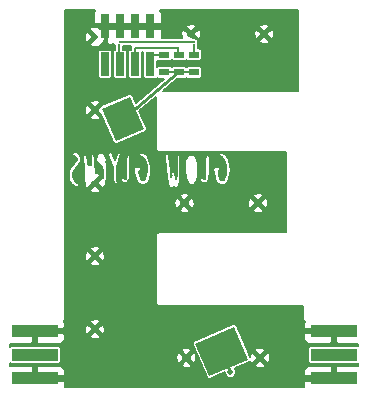
<source format=gbl>
G04 #@! TF.FileFunction,Copper,L2,Bot,Signal*
%FSLAX46Y46*%
G04 Gerber Fmt 4.6, Leading zero omitted, Abs format (unit mm)*
G04 Created by KiCad (PCBNEW 4.0.0-rc2-stable) date 3/3/2016 3:43:28 PM*
%MOMM*%
G01*
G04 APERTURE LIST*
%ADD10C,0.150000*%
%ADD11C,0.500000*%
%ADD12R,4.000000X1.000000*%
%ADD13C,0.600000*%
%ADD14R,0.760000X2.000000*%
%ADD15R,0.740000X2.000000*%
%ADD16R,0.900000X0.600000*%
%ADD17R,0.900000X0.200000*%
%ADD18R,3.800000X0.200000*%
%ADD19R,6.500000X0.200000*%
%ADD20R,0.200000X0.400000*%
%ADD21R,0.200000X0.800000*%
%ADD22R,2.000000X0.200000*%
%ADD23C,0.254000*%
%ADD24C,0.152400*%
G04 APERTURE END LIST*
D10*
D11*
X68458100Y-21050349D03*
X62274165Y-21050349D03*
X54123350Y-21285806D03*
X54123350Y-27470439D03*
X54123350Y-33655072D03*
X54123350Y-39839710D03*
X54123350Y-46024346D03*
X67930470Y-35350402D03*
X61710577Y-35350402D03*
X68096640Y-48461528D03*
X61877817Y-48461528D03*
D12*
X74383090Y-50192200D03*
X74383090Y-48192200D03*
X74383090Y-46192200D03*
D13*
X73383090Y-50192200D03*
X73383090Y-48192200D03*
X73383090Y-46192200D03*
D12*
X49020840Y-46192200D03*
X49020840Y-48192200D03*
X49020840Y-50192200D03*
D13*
X50020840Y-46192200D03*
X50020840Y-48192200D03*
X50020840Y-50192200D03*
D10*
G36*
X57108998Y-26325484D02*
X58281191Y-29086999D01*
X55887878Y-30102900D01*
X54715685Y-27341385D01*
X57108998Y-26325484D01*
X57108998Y-26325484D01*
G37*
G36*
X65930897Y-45828923D02*
X67103090Y-48590437D01*
X63789273Y-49997069D01*
X62617080Y-47235555D01*
X65930897Y-45828923D01*
X65930897Y-45828923D01*
G37*
D11*
X65602474Y-49661955D03*
D14*
X58800830Y-20383680D03*
X57530830Y-20383680D03*
X56260830Y-20383680D03*
X54990830Y-20383680D03*
X58800830Y-23583680D03*
X57530830Y-23583680D03*
X56260830Y-23583680D03*
D15*
X54990830Y-23583680D03*
D16*
X59995830Y-24283680D03*
X59995830Y-22783680D03*
X61245830Y-22783680D03*
X61245830Y-24283680D03*
X62495830Y-24283680D03*
X62495830Y-22783680D03*
D17*
X59345830Y-22833680D03*
D18*
X59345830Y-22183680D03*
D19*
X59345830Y-21733680D03*
D20*
X61145830Y-22383680D03*
X57545830Y-22383680D03*
D21*
X56195830Y-22183680D03*
X62495830Y-22183680D03*
D22*
X61195830Y-24283680D03*
D23*
X64860000Y-47910000D02*
X65600000Y-49660000D01*
X64860000Y-47910000D02*
X65600000Y-49660000D01*
X64860000Y-47910000D02*
X65600000Y-49660000D01*
X64860000Y-47910000D02*
X65600000Y-49660000D01*
X64860000Y-47910000D02*
X65600000Y-49660000D01*
X64860000Y-47910000D02*
X65600000Y-49660000D01*
X64860000Y-47910000D02*
X65600000Y-49660000D01*
X64860000Y-47910000D02*
X65600000Y-49660000D01*
X64860000Y-47910000D02*
X65600000Y-49660000D01*
X56500000Y-28210000D02*
X61200000Y-24280000D01*
X56500000Y-28210000D02*
X61200000Y-24280000D01*
X56500000Y-28210000D02*
X61200000Y-24280000D01*
X56500000Y-28210000D02*
X61200000Y-24280000D01*
X56500000Y-28210000D02*
X61200000Y-24280000D01*
X56500000Y-28210000D02*
X61200000Y-24280000D01*
X56500000Y-28210000D02*
X61200000Y-24280000D01*
X56500000Y-28210000D02*
X61200000Y-24280000D01*
X56500000Y-28210000D02*
X61200000Y-24280000D01*
D24*
G36*
X54115569Y-19052758D02*
X54026630Y-19267476D01*
X54026630Y-20059830D01*
X54172680Y-20205880D01*
X54813030Y-20205880D01*
X54813030Y-20185880D01*
X55168630Y-20185880D01*
X55168630Y-20205880D01*
X56083030Y-20205880D01*
X56083030Y-20185880D01*
X56438630Y-20185880D01*
X56438630Y-20205880D01*
X57353030Y-20205880D01*
X57353030Y-20185880D01*
X57708630Y-20185880D01*
X57708630Y-20205880D01*
X58623030Y-20205880D01*
X58623030Y-20185880D01*
X58978630Y-20185880D01*
X58978630Y-20205880D01*
X59618980Y-20205880D01*
X59765030Y-20059830D01*
X59765030Y-19267476D01*
X59676091Y-19052758D01*
X59621933Y-18998600D01*
X71301400Y-18998600D01*
X71301400Y-25861400D01*
X59863112Y-25861400D01*
X61112430Y-24816758D01*
X61695830Y-24816758D01*
X61780544Y-24800818D01*
X61858348Y-24750752D01*
X61870368Y-24733160D01*
X61878758Y-24746198D01*
X61955150Y-24798395D01*
X62045830Y-24816758D01*
X62945830Y-24816758D01*
X63030544Y-24800818D01*
X63108348Y-24750752D01*
X63160545Y-24674360D01*
X63178908Y-24583680D01*
X63178908Y-23983680D01*
X63162968Y-23898966D01*
X63112902Y-23821162D01*
X63036510Y-23768965D01*
X62945830Y-23750602D01*
X62045830Y-23750602D01*
X61961116Y-23766542D01*
X61883312Y-23816608D01*
X61871292Y-23834200D01*
X61862902Y-23821162D01*
X61786510Y-23768965D01*
X61695830Y-23750602D01*
X60795830Y-23750602D01*
X60711116Y-23766542D01*
X60633312Y-23816608D01*
X60621292Y-23834200D01*
X60612902Y-23821162D01*
X60536510Y-23768965D01*
X60445830Y-23750602D01*
X59545830Y-23750602D01*
X59461116Y-23766542D01*
X59413908Y-23796920D01*
X59413908Y-23270215D01*
X59455150Y-23298395D01*
X59545830Y-23316758D01*
X60445830Y-23316758D01*
X60530544Y-23300818D01*
X60608348Y-23250752D01*
X60620368Y-23233160D01*
X60628758Y-23246198D01*
X60705150Y-23298395D01*
X60795830Y-23316758D01*
X61695830Y-23316758D01*
X61780544Y-23300818D01*
X61858348Y-23250752D01*
X61870368Y-23233160D01*
X61878758Y-23246198D01*
X61955150Y-23298395D01*
X62045830Y-23316758D01*
X62945830Y-23316758D01*
X63030544Y-23300818D01*
X63108348Y-23250752D01*
X63160545Y-23174360D01*
X63178908Y-23083680D01*
X63178908Y-22483680D01*
X63162968Y-22398966D01*
X63112902Y-22321162D01*
X63036510Y-22268965D01*
X62945830Y-22250602D01*
X62828908Y-22250602D01*
X62828908Y-21633680D01*
X62828025Y-21628985D01*
X68056241Y-21628985D01*
X68064719Y-21804455D01*
X68383247Y-21897593D01*
X68713171Y-21861745D01*
X68851481Y-21804455D01*
X68859959Y-21628985D01*
X68458100Y-21227126D01*
X68056241Y-21628985D01*
X62828025Y-21628985D01*
X62812968Y-21548966D01*
X62762902Y-21471162D01*
X62686510Y-21418965D01*
X62595830Y-21400602D01*
X62447641Y-21400602D01*
X62274165Y-21227126D01*
X62222688Y-21278604D01*
X62045911Y-21101827D01*
X62097388Y-21050349D01*
X62450942Y-21050349D01*
X62852801Y-21452208D01*
X63028271Y-21443730D01*
X63121409Y-21125202D01*
X63105143Y-20975496D01*
X67610856Y-20975496D01*
X67646704Y-21305420D01*
X67703994Y-21443730D01*
X67879464Y-21452208D01*
X68281323Y-21050349D01*
X68634877Y-21050349D01*
X69036736Y-21452208D01*
X69212206Y-21443730D01*
X69305344Y-21125202D01*
X69269496Y-20795278D01*
X69212206Y-20656968D01*
X69036736Y-20648490D01*
X68634877Y-21050349D01*
X68281323Y-21050349D01*
X67879464Y-20648490D01*
X67703994Y-20656968D01*
X67610856Y-20975496D01*
X63105143Y-20975496D01*
X63085561Y-20795278D01*
X63028271Y-20656968D01*
X62852801Y-20648490D01*
X62450942Y-21050349D01*
X62097388Y-21050349D01*
X61695529Y-20648490D01*
X61520059Y-20656968D01*
X61426921Y-20975496D01*
X61462769Y-21305420D01*
X61502195Y-21400602D01*
X59765030Y-21400602D01*
X59765030Y-20707530D01*
X59618980Y-20561480D01*
X58978630Y-20561480D01*
X58978630Y-20581480D01*
X58623030Y-20581480D01*
X58623030Y-20561480D01*
X57708630Y-20561480D01*
X57708630Y-20581480D01*
X57353030Y-20581480D01*
X57353030Y-20561480D01*
X56438630Y-20561480D01*
X56438630Y-20581480D01*
X56083030Y-20581480D01*
X56083030Y-20561480D01*
X55168630Y-20561480D01*
X55168630Y-21821830D01*
X55314680Y-21967880D01*
X55487035Y-21967880D01*
X55625830Y-21910389D01*
X55764625Y-21967880D01*
X55862752Y-21967880D01*
X55862752Y-22354004D01*
X55796116Y-22366542D01*
X55718312Y-22416608D01*
X55666115Y-22493000D01*
X55647752Y-22583680D01*
X55647752Y-24583680D01*
X55663692Y-24668394D01*
X55713758Y-24746198D01*
X55790150Y-24798395D01*
X55880830Y-24816758D01*
X56640830Y-24816758D01*
X56725544Y-24800818D01*
X56803348Y-24750752D01*
X56855545Y-24674360D01*
X56873908Y-24583680D01*
X56873908Y-22583680D01*
X56857968Y-22498966D01*
X56807902Y-22421162D01*
X56731510Y-22368965D01*
X56640830Y-22350602D01*
X56528908Y-22350602D01*
X56528908Y-22066758D01*
X57216179Y-22066758D01*
X57212752Y-22083680D01*
X57212752Y-22350602D01*
X57150830Y-22350602D01*
X57066116Y-22366542D01*
X56988312Y-22416608D01*
X56936115Y-22493000D01*
X56917752Y-22583680D01*
X56917752Y-24583680D01*
X56933692Y-24668394D01*
X56983758Y-24746198D01*
X57060150Y-24798395D01*
X57150830Y-24816758D01*
X57910830Y-24816758D01*
X57995544Y-24800818D01*
X58073348Y-24750752D01*
X58125545Y-24674360D01*
X58143908Y-24583680D01*
X58143908Y-22583680D01*
X58131316Y-22516758D01*
X58201304Y-22516758D01*
X58187752Y-22583680D01*
X58187752Y-24583680D01*
X58203692Y-24668394D01*
X58253758Y-24746198D01*
X58330150Y-24798395D01*
X58420830Y-24816758D01*
X59180830Y-24816758D01*
X59265544Y-24800818D01*
X59343348Y-24750752D01*
X59363093Y-24721854D01*
X59378758Y-24746198D01*
X59455150Y-24798395D01*
X59545830Y-24816758D01*
X60003722Y-24816758D01*
X57581511Y-26842139D01*
X57323547Y-26234413D01*
X57275774Y-26162662D01*
X57199288Y-26110605D01*
X57108574Y-26092406D01*
X57017927Y-26110935D01*
X54755738Y-27071177D01*
X54701986Y-27068580D01*
X54657829Y-27112737D01*
X54624614Y-27126836D01*
X54552863Y-27174609D01*
X54500806Y-27251095D01*
X54496122Y-27274444D01*
X54300127Y-27470439D01*
X54677403Y-27847715D01*
X55673329Y-30193971D01*
X55721102Y-30265722D01*
X55797588Y-30317779D01*
X55888302Y-30335978D01*
X55978949Y-30317449D01*
X58372262Y-29301548D01*
X58444013Y-29253775D01*
X58496070Y-29177289D01*
X58514269Y-29086575D01*
X58495740Y-28995928D01*
X57871944Y-27526356D01*
X59301400Y-26331087D01*
X59301400Y-30720000D01*
X59322607Y-30826616D01*
X59383000Y-30917000D01*
X59473384Y-30977393D01*
X59580000Y-30998600D01*
X70331400Y-30998600D01*
X70331400Y-37811400D01*
X59580000Y-37811400D01*
X59473384Y-37832607D01*
X59383000Y-37893000D01*
X59322607Y-37983384D01*
X59301400Y-38090000D01*
X59301400Y-43790000D01*
X59322607Y-43896616D01*
X59383000Y-43987000D01*
X59473384Y-44047393D01*
X59580000Y-44068600D01*
X71721400Y-44068600D01*
X71721400Y-45150000D01*
X71742607Y-45256616D01*
X71803000Y-45347000D01*
X71874072Y-45394489D01*
X71798890Y-45575995D01*
X71798890Y-45868350D01*
X71944940Y-46014400D01*
X72515170Y-46014400D01*
X72483678Y-46130533D01*
X72514472Y-46370000D01*
X71944940Y-46370000D01*
X71798890Y-46516050D01*
X71798890Y-46808405D01*
X71887829Y-47023123D01*
X72052168Y-47187461D01*
X72266886Y-47276400D01*
X74059240Y-47276400D01*
X74205290Y-47130350D01*
X74205290Y-46538598D01*
X74282502Y-46253867D01*
X74249136Y-45994400D01*
X74560890Y-45994400D01*
X74560890Y-46014400D01*
X74580890Y-46014400D01*
X74580890Y-46370000D01*
X74560890Y-46370000D01*
X74560890Y-47130350D01*
X74706940Y-47276400D01*
X76421400Y-47276400D01*
X76421400Y-47466880D01*
X76383090Y-47459122D01*
X72383090Y-47459122D01*
X72298376Y-47475062D01*
X72220572Y-47525128D01*
X72168375Y-47601520D01*
X72150012Y-47692200D01*
X72150012Y-48692200D01*
X72165952Y-48776914D01*
X72216018Y-48854718D01*
X72292410Y-48906915D01*
X72383090Y-48925278D01*
X76383090Y-48925278D01*
X76421400Y-48918069D01*
X76421400Y-49108000D01*
X74706940Y-49108000D01*
X74560890Y-49254050D01*
X74560890Y-50014400D01*
X74580890Y-50014400D01*
X74580890Y-50370000D01*
X74560890Y-50370000D01*
X74560890Y-50390000D01*
X74245586Y-50390000D01*
X74282502Y-50253867D01*
X74237637Y-49904983D01*
X74205290Y-49826890D01*
X74205290Y-49254050D01*
X74059240Y-49108000D01*
X72266886Y-49108000D01*
X72052168Y-49196939D01*
X71887829Y-49361277D01*
X71798890Y-49575995D01*
X71798890Y-49868350D01*
X71944940Y-50014400D01*
X72515170Y-50014400D01*
X72483678Y-50130533D01*
X72514472Y-50370000D01*
X71944940Y-50370000D01*
X71798890Y-50516050D01*
X71798890Y-50808405D01*
X71829125Y-50881400D01*
X51574805Y-50881400D01*
X51605040Y-50808405D01*
X51605040Y-50516050D01*
X51458990Y-50370000D01*
X50888760Y-50370000D01*
X50920252Y-50253867D01*
X50889458Y-50014400D01*
X51458990Y-50014400D01*
X51605040Y-49868350D01*
X51605040Y-49575995D01*
X51516101Y-49361277D01*
X51351762Y-49196939D01*
X51137044Y-49108000D01*
X49344690Y-49108000D01*
X49198640Y-49254050D01*
X49198640Y-49845802D01*
X49121428Y-50130533D01*
X49154794Y-50390000D01*
X48843040Y-50390000D01*
X48843040Y-50370000D01*
X48823040Y-50370000D01*
X48823040Y-50014400D01*
X48843040Y-50014400D01*
X48843040Y-49254050D01*
X48696990Y-49108000D01*
X46908600Y-49108000D01*
X46908600Y-49040164D01*
X61475958Y-49040164D01*
X61484436Y-49215634D01*
X61802964Y-49308772D01*
X62132888Y-49272924D01*
X62271198Y-49215634D01*
X62279676Y-49040164D01*
X61877817Y-48638305D01*
X61475958Y-49040164D01*
X46908600Y-49040164D01*
X46908600Y-48892184D01*
X46930160Y-48906915D01*
X47020840Y-48925278D01*
X51020840Y-48925278D01*
X51105554Y-48909338D01*
X51183358Y-48859272D01*
X51235555Y-48782880D01*
X51253918Y-48692200D01*
X51253918Y-48386675D01*
X61030573Y-48386675D01*
X61066421Y-48716599D01*
X61123711Y-48854909D01*
X61299181Y-48863387D01*
X61701040Y-48461528D01*
X62054594Y-48461528D01*
X62456453Y-48863387D01*
X62631923Y-48854909D01*
X62725061Y-48536381D01*
X62689213Y-48206457D01*
X62631923Y-48068147D01*
X62456453Y-48059669D01*
X62054594Y-48461528D01*
X61701040Y-48461528D01*
X61299181Y-48059669D01*
X61123711Y-48068147D01*
X61030573Y-48386675D01*
X51253918Y-48386675D01*
X51253918Y-47882892D01*
X61475958Y-47882892D01*
X61877817Y-48284751D01*
X62279676Y-47882892D01*
X62271198Y-47707422D01*
X61952670Y-47614284D01*
X61622746Y-47650132D01*
X61484436Y-47707422D01*
X61475958Y-47882892D01*
X51253918Y-47882892D01*
X51253918Y-47692200D01*
X51237978Y-47607486D01*
X51187912Y-47529682D01*
X51111520Y-47477485D01*
X51020840Y-47459122D01*
X47020840Y-47459122D01*
X46936126Y-47475062D01*
X46908600Y-47492775D01*
X46908600Y-47276400D01*
X48696990Y-47276400D01*
X48843040Y-47130350D01*
X48843040Y-46370000D01*
X48823040Y-46370000D01*
X48823040Y-46014400D01*
X48843040Y-46014400D01*
X48843040Y-45994400D01*
X49158344Y-45994400D01*
X49121428Y-46130533D01*
X49166293Y-46479417D01*
X49198640Y-46557510D01*
X49198640Y-47130350D01*
X49344690Y-47276400D01*
X51137044Y-47276400D01*
X51234629Y-47235979D01*
X62384002Y-47235979D01*
X62402531Y-47326626D01*
X63574724Y-50088140D01*
X63622497Y-50159891D01*
X63698983Y-50211948D01*
X63789697Y-50230147D01*
X63880344Y-50211618D01*
X65123855Y-49683779D01*
X65123791Y-49756737D01*
X65196500Y-49932706D01*
X65331015Y-50067455D01*
X65506857Y-50140471D01*
X65697256Y-50140638D01*
X65873225Y-50067929D01*
X66007974Y-49933414D01*
X66080990Y-49757572D01*
X66081157Y-49567173D01*
X66008448Y-49391204D01*
X65950313Y-49332968D01*
X66640116Y-49040164D01*
X67694781Y-49040164D01*
X67703259Y-49215634D01*
X68021787Y-49308772D01*
X68351711Y-49272924D01*
X68490021Y-49215634D01*
X68498499Y-49040164D01*
X68096640Y-48638305D01*
X67694781Y-49040164D01*
X66640116Y-49040164D01*
X67194161Y-48804986D01*
X67265912Y-48757213D01*
X67288388Y-48724189D01*
X67342534Y-48854909D01*
X67518004Y-48863387D01*
X67919863Y-48461528D01*
X68273417Y-48461528D01*
X68675276Y-48863387D01*
X68850746Y-48854909D01*
X68943884Y-48536381D01*
X68908036Y-48206457D01*
X68850746Y-48068147D01*
X68675276Y-48059669D01*
X68273417Y-48461528D01*
X67919863Y-48461528D01*
X67518004Y-48059669D01*
X67342534Y-48068147D01*
X67257720Y-48358206D01*
X67055962Y-47882892D01*
X67694781Y-47882892D01*
X68096640Y-48284751D01*
X68498499Y-47882892D01*
X68490021Y-47707422D01*
X68171493Y-47614284D01*
X67841569Y-47650132D01*
X67703259Y-47707422D01*
X67694781Y-47882892D01*
X67055962Y-47882892D01*
X66145446Y-45737852D01*
X66097673Y-45666101D01*
X66021187Y-45614044D01*
X65930473Y-45595845D01*
X65839826Y-45614374D01*
X62526009Y-47021006D01*
X62454258Y-47068779D01*
X62402201Y-47145265D01*
X62384002Y-47235979D01*
X51234629Y-47235979D01*
X51351762Y-47187461D01*
X51516101Y-47023123D01*
X51605040Y-46808405D01*
X51605040Y-46602982D01*
X53721491Y-46602982D01*
X53729969Y-46778452D01*
X54048497Y-46871590D01*
X54378421Y-46835742D01*
X54516731Y-46778452D01*
X54525209Y-46602982D01*
X54123350Y-46201123D01*
X53721491Y-46602982D01*
X51605040Y-46602982D01*
X51605040Y-46516050D01*
X51458990Y-46370000D01*
X50888760Y-46370000D01*
X50920252Y-46253867D01*
X50889458Y-46014400D01*
X51458990Y-46014400D01*
X51523897Y-45949493D01*
X53276106Y-45949493D01*
X53311954Y-46279417D01*
X53369244Y-46417727D01*
X53544714Y-46426205D01*
X53946573Y-46024346D01*
X54300127Y-46024346D01*
X54701986Y-46426205D01*
X54877456Y-46417727D01*
X54970594Y-46099199D01*
X54934746Y-45769275D01*
X54877456Y-45630965D01*
X54701986Y-45622487D01*
X54300127Y-46024346D01*
X53946573Y-46024346D01*
X53544714Y-45622487D01*
X53369244Y-45630965D01*
X53276106Y-45949493D01*
X51523897Y-45949493D01*
X51605040Y-45868350D01*
X51605040Y-45575995D01*
X51551075Y-45445710D01*
X53721491Y-45445710D01*
X54123350Y-45847569D01*
X54525209Y-45445710D01*
X54516731Y-45270240D01*
X54198203Y-45177102D01*
X53868279Y-45212950D01*
X53729969Y-45270240D01*
X53721491Y-45445710D01*
X51551075Y-45445710D01*
X51516101Y-45361277D01*
X51511908Y-45357084D01*
X51527000Y-45347000D01*
X51587393Y-45256616D01*
X51608600Y-45150000D01*
X51608600Y-40418346D01*
X53721491Y-40418346D01*
X53729969Y-40593816D01*
X54048497Y-40686954D01*
X54378421Y-40651106D01*
X54516731Y-40593816D01*
X54525209Y-40418346D01*
X54123350Y-40016487D01*
X53721491Y-40418346D01*
X51608600Y-40418346D01*
X51608600Y-39764857D01*
X53276106Y-39764857D01*
X53311954Y-40094781D01*
X53369244Y-40233091D01*
X53544714Y-40241569D01*
X53946573Y-39839710D01*
X54300127Y-39839710D01*
X54701986Y-40241569D01*
X54877456Y-40233091D01*
X54970594Y-39914563D01*
X54934746Y-39584639D01*
X54877456Y-39446329D01*
X54701986Y-39437851D01*
X54300127Y-39839710D01*
X53946573Y-39839710D01*
X53544714Y-39437851D01*
X53369244Y-39446329D01*
X53276106Y-39764857D01*
X51608600Y-39764857D01*
X51608600Y-39261074D01*
X53721491Y-39261074D01*
X54123350Y-39662933D01*
X54525209Y-39261074D01*
X54516731Y-39085604D01*
X54198203Y-38992466D01*
X53868279Y-39028314D01*
X53729969Y-39085604D01*
X53721491Y-39261074D01*
X51608600Y-39261074D01*
X51608600Y-35929038D01*
X61308718Y-35929038D01*
X61317196Y-36104508D01*
X61635724Y-36197646D01*
X61965648Y-36161798D01*
X62103958Y-36104508D01*
X62112436Y-35929038D01*
X67528611Y-35929038D01*
X67537089Y-36104508D01*
X67855617Y-36197646D01*
X68185541Y-36161798D01*
X68323851Y-36104508D01*
X68332329Y-35929038D01*
X67930470Y-35527179D01*
X67528611Y-35929038D01*
X62112436Y-35929038D01*
X61710577Y-35527179D01*
X61308718Y-35929038D01*
X51608600Y-35929038D01*
X51608600Y-35275549D01*
X60863333Y-35275549D01*
X60899181Y-35605473D01*
X60956471Y-35743783D01*
X61131941Y-35752261D01*
X61533800Y-35350402D01*
X61887354Y-35350402D01*
X62289213Y-35752261D01*
X62464683Y-35743783D01*
X62557821Y-35425255D01*
X62541555Y-35275549D01*
X67083226Y-35275549D01*
X67119074Y-35605473D01*
X67176364Y-35743783D01*
X67351834Y-35752261D01*
X67753693Y-35350402D01*
X68107247Y-35350402D01*
X68509106Y-35752261D01*
X68684576Y-35743783D01*
X68777714Y-35425255D01*
X68741866Y-35095331D01*
X68684576Y-34957021D01*
X68509106Y-34948543D01*
X68107247Y-35350402D01*
X67753693Y-35350402D01*
X67351834Y-34948543D01*
X67176364Y-34957021D01*
X67083226Y-35275549D01*
X62541555Y-35275549D01*
X62521973Y-35095331D01*
X62464683Y-34957021D01*
X62289213Y-34948543D01*
X61887354Y-35350402D01*
X61533800Y-35350402D01*
X61131941Y-34948543D01*
X60956471Y-34957021D01*
X60863333Y-35275549D01*
X51608600Y-35275549D01*
X51608600Y-34771766D01*
X61308718Y-34771766D01*
X61710577Y-35173625D01*
X62112436Y-34771766D01*
X67528611Y-34771766D01*
X67930470Y-35173625D01*
X68332329Y-34771766D01*
X68323851Y-34596296D01*
X68005323Y-34503158D01*
X67675399Y-34539006D01*
X67537089Y-34596296D01*
X67528611Y-34771766D01*
X62112436Y-34771766D01*
X62103958Y-34596296D01*
X61785430Y-34503158D01*
X61455506Y-34539006D01*
X61317196Y-34596296D01*
X61308718Y-34771766D01*
X51608600Y-34771766D01*
X51608600Y-34233708D01*
X53721491Y-34233708D01*
X53729969Y-34409178D01*
X54048497Y-34502316D01*
X54378421Y-34466468D01*
X54516731Y-34409178D01*
X54525209Y-34233708D01*
X54123350Y-33831849D01*
X53721491Y-34233708D01*
X51608600Y-34233708D01*
X51608600Y-32850000D01*
X51893800Y-32850000D01*
X51893800Y-33030000D01*
X51893994Y-33035429D01*
X51903994Y-33175429D01*
X51905904Y-33187783D01*
X51965904Y-33437783D01*
X51974397Y-33458765D01*
X52104397Y-33678765D01*
X52119025Y-33696639D01*
X52319025Y-33876639D01*
X52331605Y-33885820D01*
X52451605Y-33955820D01*
X52490000Y-33966200D01*
X52630000Y-33966200D01*
X52642527Y-33965163D01*
X52702527Y-33955163D01*
X52733430Y-33942612D01*
X52754368Y-33920783D01*
X52765163Y-33892527D01*
X52775163Y-33832527D01*
X52776200Y-33820000D01*
X52776200Y-33750000D01*
X52774478Y-33733893D01*
X52762344Y-33706186D01*
X52740386Y-33685383D01*
X52511238Y-33542166D01*
X52317935Y-33302838D01*
X52264976Y-33143962D01*
X52256200Y-33056198D01*
X52256200Y-32926674D01*
X52282492Y-32777687D01*
X52581775Y-32294972D01*
X52858103Y-31969300D01*
X52874174Y-31937453D01*
X52914174Y-31767453D01*
X52916200Y-31750000D01*
X52916200Y-31540000D01*
X52911922Y-31514827D01*
X52851405Y-31341920D01*
X53153824Y-31341920D01*
X53183812Y-32531436D01*
X53193800Y-33300528D01*
X53193800Y-33410000D01*
X53195280Y-33424944D01*
X53205280Y-33474944D01*
X53217388Y-33503430D01*
X53239217Y-33524368D01*
X53267473Y-33535163D01*
X53288267Y-33538629D01*
X53276106Y-33580219D01*
X53311954Y-33910143D01*
X53369244Y-34048453D01*
X53544714Y-34056931D01*
X53946573Y-33655072D01*
X53895096Y-33603595D01*
X54052490Y-33446200D01*
X54091255Y-33446200D01*
X54123350Y-33478295D01*
X54176984Y-33424661D01*
X54184097Y-33422290D01*
X54205947Y-33410789D01*
X54225977Y-33388124D01*
X54232281Y-33369364D01*
X54525209Y-33076436D01*
X54516731Y-32900966D01*
X54213228Y-32812221D01*
X54146001Y-31884493D01*
X54145509Y-31879761D01*
X54112507Y-31636369D01*
X54225029Y-31636369D01*
X54225280Y-31664944D01*
X54255280Y-31814944D01*
X54274087Y-31851771D01*
X54524087Y-32121771D01*
X54543707Y-32137002D01*
X54748197Y-32247767D01*
X54784178Y-32607582D01*
X54788652Y-32626756D01*
X54810524Y-32685081D01*
X54775826Y-32832547D01*
X54773800Y-32850000D01*
X54773800Y-33256683D01*
X54701986Y-33253213D01*
X54300127Y-33655072D01*
X54701986Y-34056931D01*
X54877456Y-34048453D01*
X54942443Y-33826200D01*
X55030000Y-33826200D01*
X55053600Y-33822453D01*
X55079929Y-33807563D01*
X55098391Y-33783602D01*
X55106076Y-33754347D01*
X55145950Y-33056548D01*
X55175698Y-32798734D01*
X55175656Y-32780913D01*
X55166160Y-32752194D01*
X55154244Y-32731340D01*
X55164230Y-32720999D01*
X55175121Y-32692780D01*
X55174174Y-32662547D01*
X55136200Y-32501158D01*
X55136200Y-31890000D01*
X55130989Y-31862305D01*
X55114621Y-31836868D01*
X55099109Y-31826269D01*
X55110323Y-31816558D01*
X55123684Y-31789421D01*
X55125434Y-31759224D01*
X55085434Y-31479224D01*
X55074617Y-31449614D01*
X54924617Y-31209614D01*
X54913675Y-31199398D01*
X55243802Y-31199398D01*
X55249571Y-31229090D01*
X55438168Y-31685694D01*
X55644777Y-32364552D01*
X55663846Y-32583836D01*
X55673807Y-33301058D01*
X55674732Y-33311884D01*
X55734732Y-33691884D01*
X55739011Y-33707695D01*
X55755379Y-33733132D01*
X55780354Y-33750197D01*
X55810000Y-33756200D01*
X55910000Y-33756200D01*
X55940017Y-33750039D01*
X56010017Y-33720039D01*
X56037998Y-33699423D01*
X56052657Y-33672964D01*
X56055867Y-33642887D01*
X56034886Y-33419087D01*
X56314344Y-33419087D01*
X56323840Y-33447806D01*
X56363840Y-33517806D01*
X56373054Y-33530632D01*
X56397239Y-33548798D01*
X56607239Y-33648798D01*
X56648903Y-33655678D01*
X56818903Y-33635678D01*
X56838673Y-33630599D01*
X56863882Y-33613882D01*
X57053882Y-33423882D01*
X57068335Y-33403717D01*
X57076069Y-33374475D01*
X57086049Y-33204819D01*
X57116015Y-32775303D01*
X57116185Y-32771524D01*
X57122134Y-32474073D01*
X57404031Y-32474073D01*
X57407710Y-32504097D01*
X57475789Y-32708333D01*
X57574804Y-33312327D01*
X57581202Y-33332761D01*
X57681202Y-33542761D01*
X57703946Y-33570708D01*
X57993946Y-33790708D01*
X58032418Y-33805822D01*
X58232418Y-33825822D01*
X58246899Y-33825887D01*
X58356899Y-33815887D01*
X58395202Y-33801345D01*
X58585202Y-33661345D01*
X58607682Y-33635008D01*
X58757682Y-33345008D01*
X58764128Y-33327649D01*
X58864128Y-32907649D01*
X58865766Y-32898118D01*
X58895766Y-32618118D01*
X58896200Y-32610000D01*
X58896200Y-32580000D01*
X58895922Y-32573492D01*
X58865922Y-32223492D01*
X58864083Y-32212165D01*
X58734083Y-31672165D01*
X58726611Y-31652994D01*
X58534305Y-31306843D01*
X60044108Y-31306843D01*
X60154108Y-32526843D01*
X60154524Y-32530483D01*
X60304524Y-33610483D01*
X60305945Y-33617953D01*
X60385945Y-33947953D01*
X60394165Y-33968370D01*
X60414280Y-33990960D01*
X60454280Y-34020960D01*
X60478104Y-34032986D01*
X60578104Y-34062986D01*
X60600000Y-34066200D01*
X60640000Y-34066200D01*
X60676881Y-34056680D01*
X60699917Y-34037078D01*
X60795860Y-33914968D01*
X60828239Y-34005629D01*
X60836020Y-34021388D01*
X60857163Y-34043019D01*
X60885056Y-34054720D01*
X60935056Y-34064720D01*
X60950000Y-34066200D01*
X61010000Y-34066200D01*
X61024944Y-34064720D01*
X61074944Y-34054720D01*
X61103016Y-34042897D01*
X61124098Y-34021206D01*
X61214098Y-33881206D01*
X61224461Y-33856187D01*
X61324461Y-33396187D01*
X61325984Y-33385735D01*
X61365984Y-32855735D01*
X61366200Y-32850000D01*
X61366200Y-31790000D01*
X61773800Y-31790000D01*
X61773800Y-32620000D01*
X61774228Y-32628061D01*
X61824228Y-33098061D01*
X61827126Y-33112267D01*
X61937126Y-33472267D01*
X61946174Y-33491626D01*
X62096174Y-33721626D01*
X62116302Y-33742425D01*
X62216302Y-33812425D01*
X62230354Y-33820197D01*
X62260000Y-33826200D01*
X62360000Y-33826200D01*
X62369451Y-33825612D01*
X62449451Y-33815612D01*
X62486460Y-33800398D01*
X62616460Y-33700398D01*
X62635341Y-33679205D01*
X62695341Y-33579205D01*
X62706171Y-33542105D01*
X62700989Y-33512305D01*
X62689133Y-33493880D01*
X62716359Y-33486966D01*
X62739548Y-33467544D01*
X62753354Y-33440631D01*
X62759413Y-33419087D01*
X63034344Y-33419087D01*
X63043840Y-33447806D01*
X63083840Y-33517806D01*
X63115922Y-33548155D01*
X63315922Y-33648155D01*
X63358903Y-33655678D01*
X63528903Y-33635678D01*
X63548673Y-33630599D01*
X63573882Y-33613882D01*
X63763882Y-33423882D01*
X63776252Y-33407645D01*
X63785678Y-33378903D01*
X63805678Y-33208903D01*
X63806015Y-33205303D01*
X63836015Y-32775303D01*
X63836200Y-32770000D01*
X63836200Y-32474073D01*
X64114031Y-32474073D01*
X64117710Y-32504097D01*
X64185982Y-32708913D01*
X64295010Y-33313523D01*
X64299961Y-33330017D01*
X64389961Y-33540017D01*
X64414938Y-33571448D01*
X64714938Y-33791448D01*
X64752023Y-33805781D01*
X64942023Y-33825781D01*
X64956899Y-33825887D01*
X65066899Y-33815887D01*
X65105202Y-33801345D01*
X65295202Y-33661345D01*
X65317682Y-33635008D01*
X65467682Y-33345008D01*
X65474128Y-33327649D01*
X65574128Y-32907649D01*
X65575434Y-32900776D01*
X65615434Y-32620776D01*
X65616200Y-32610000D01*
X65616200Y-32580000D01*
X65615707Y-32571348D01*
X65575707Y-32221348D01*
X65574083Y-32212165D01*
X65444083Y-31672165D01*
X65436611Y-31652994D01*
X65236611Y-31292994D01*
X65213374Y-31267349D01*
X64953374Y-31087349D01*
X64919451Y-31074388D01*
X64759451Y-31054388D01*
X64721700Y-31059250D01*
X64671700Y-31079250D01*
X64639040Y-31104280D01*
X64579040Y-31184280D01*
X64564878Y-31217225D01*
X64565827Y-31247458D01*
X64578463Y-31274940D01*
X64600795Y-31295341D01*
X64936881Y-31496993D01*
X65060539Y-31673647D01*
X65204541Y-32153654D01*
X65223800Y-32442534D01*
X65223800Y-32575889D01*
X65184911Y-32935616D01*
X65090024Y-33277206D01*
X65016704Y-33383114D01*
X64998893Y-33393800D01*
X64839640Y-33393800D01*
X64755361Y-33316544D01*
X64625744Y-32955469D01*
X64616200Y-32678679D01*
X64616200Y-32643228D01*
X64731850Y-32535839D01*
X64750197Y-32509646D01*
X64756200Y-32480000D01*
X64756200Y-32440000D01*
X64750750Y-32411700D01*
X64730750Y-32361700D01*
X64720006Y-32343035D01*
X64697006Y-32323389D01*
X64607006Y-32273389D01*
X64570000Y-32263800D01*
X64320000Y-32263800D01*
X64304032Y-32265492D01*
X64276302Y-32277575D01*
X64176302Y-32347575D01*
X64149961Y-32379983D01*
X64119961Y-32449983D01*
X64114031Y-32474073D01*
X63836200Y-32474073D01*
X63836200Y-31440000D01*
X63832290Y-31415903D01*
X63812290Y-31355903D01*
X63803980Y-31338612D01*
X63782837Y-31316981D01*
X63754944Y-31305280D01*
X63704944Y-31295280D01*
X63690000Y-31293800D01*
X63660000Y-31293800D01*
X63620795Y-31304659D01*
X63570795Y-31334659D01*
X63545420Y-31359555D01*
X63534772Y-31387866D01*
X63484772Y-31697866D01*
X63483800Y-31710000D01*
X63483800Y-32985662D01*
X63452013Y-33263800D01*
X63426305Y-33263800D01*
X63192527Y-33224837D01*
X63164499Y-33225393D01*
X63136694Y-33237302D01*
X63115713Y-33259090D01*
X63045713Y-33369090D01*
X63036769Y-33388937D01*
X63034344Y-33419087D01*
X62759413Y-33419087D01*
X62843354Y-33120631D01*
X62845947Y-33106200D01*
X62885947Y-32616200D01*
X62886183Y-32608379D01*
X62876183Y-32138379D01*
X62873652Y-32120460D01*
X62743652Y-31630460D01*
X62732006Y-31605710D01*
X62582006Y-31395710D01*
X62566782Y-31379851D01*
X62476782Y-31309851D01*
X62459646Y-31299803D01*
X62430000Y-31293800D01*
X62190000Y-31293800D01*
X62167271Y-31297269D01*
X62007271Y-31347269D01*
X61970774Y-31372055D01*
X61800774Y-31582055D01*
X61791789Y-31596033D01*
X61783948Y-31625247D01*
X61773948Y-31785247D01*
X61773800Y-31790000D01*
X61366200Y-31790000D01*
X61366200Y-31720000D01*
X61365707Y-31711348D01*
X61325707Y-31361348D01*
X61320989Y-31342305D01*
X61304621Y-31316868D01*
X61279646Y-31299803D01*
X61250000Y-31293800D01*
X61150000Y-31293800D01*
X61122305Y-31299011D01*
X61096868Y-31315379D01*
X61079803Y-31340354D01*
X61073800Y-31370000D01*
X61073800Y-31462012D01*
X61051845Y-31505922D01*
X61043917Y-31544227D01*
X61073800Y-32082121D01*
X61073800Y-32509131D01*
X61063912Y-32934305D01*
X61020302Y-33278339D01*
X61015840Y-33232601D01*
X61014720Y-33225056D01*
X60924720Y-32775056D01*
X60903882Y-32736118D01*
X60863882Y-32696118D01*
X60839646Y-32679803D01*
X60810000Y-32673800D01*
X60770000Y-32673800D01*
X60741700Y-32679250D01*
X60691700Y-32699250D01*
X60666606Y-32715636D01*
X60649662Y-32740692D01*
X60599662Y-32860692D01*
X60593800Y-32890000D01*
X60593800Y-32930000D01*
X60601845Y-32964078D01*
X60621162Y-33002712D01*
X60599423Y-33152707D01*
X60545898Y-32553223D01*
X60545553Y-32550091D01*
X60385553Y-31330091D01*
X60379370Y-31308468D01*
X60329370Y-31198468D01*
X60314621Y-31176868D01*
X60289646Y-31159803D01*
X60260000Y-31153800D01*
X60190000Y-31153800D01*
X60165903Y-31157710D01*
X60105903Y-31177710D01*
X60088612Y-31186020D01*
X60066981Y-31207163D01*
X60055280Y-31235056D01*
X60045280Y-31285056D01*
X60044108Y-31306843D01*
X58534305Y-31306843D01*
X58526611Y-31292994D01*
X58502268Y-31266598D01*
X58232268Y-31086598D01*
X58199451Y-31074388D01*
X58039451Y-31054388D01*
X58001700Y-31059250D01*
X57951700Y-31079250D01*
X57936186Y-31087656D01*
X57915383Y-31109614D01*
X57865383Y-31189614D01*
X57855049Y-31216259D01*
X57855608Y-31246502D01*
X57867889Y-31274144D01*
X57889957Y-31294831D01*
X58216588Y-31496574D01*
X58340947Y-31674229D01*
X58494195Y-32153130D01*
X58503800Y-32441279D01*
X58503800Y-32575889D01*
X58464911Y-32935616D01*
X58369461Y-33279233D01*
X58304851Y-33384226D01*
X58288893Y-33393800D01*
X58127913Y-33393800D01*
X58035533Y-33315633D01*
X57915352Y-32955090D01*
X57896200Y-32677382D01*
X57896200Y-32643228D01*
X58011850Y-32535839D01*
X58030197Y-32509646D01*
X58036200Y-32480000D01*
X58036200Y-32440000D01*
X58030750Y-32411700D01*
X58010750Y-32361700D01*
X58002344Y-32346186D01*
X57980386Y-32325383D01*
X57900386Y-32275383D01*
X57860000Y-32263800D01*
X57610000Y-32263800D01*
X57569090Y-32275713D01*
X57459090Y-32345713D01*
X57440649Y-32362210D01*
X57426732Y-32389066D01*
X57406732Y-32459066D01*
X57404031Y-32474073D01*
X57122134Y-32474073D01*
X57126185Y-32271524D01*
X57126200Y-32270000D01*
X57126200Y-31440000D01*
X57122290Y-31415903D01*
X57102290Y-31355903D01*
X57093980Y-31338612D01*
X57072837Y-31316981D01*
X57044944Y-31305280D01*
X56994944Y-31295280D01*
X56980000Y-31293800D01*
X56940000Y-31293800D01*
X56921599Y-31296055D01*
X56894280Y-31309040D01*
X56854280Y-31339040D01*
X56835420Y-31359555D01*
X56824772Y-31387866D01*
X56774772Y-31697866D01*
X56773849Y-31707280D01*
X56763849Y-31987280D01*
X56763800Y-31990000D01*
X56763800Y-32986735D01*
X56740052Y-33263800D01*
X56706305Y-33263800D01*
X56472527Y-33224837D01*
X56444499Y-33225393D01*
X56416694Y-33237302D01*
X56395713Y-33259090D01*
X56325713Y-33369090D01*
X56316769Y-33388937D01*
X56314344Y-33419087D01*
X56034886Y-33419087D01*
X55966115Y-32685530D01*
X55956839Y-32295931D01*
X55979502Y-32267602D01*
X55992152Y-32244505D01*
X56172152Y-31714505D01*
X56174013Y-31708126D01*
X56294013Y-31218126D01*
X56296200Y-31200000D01*
X56296200Y-31130000D01*
X56290989Y-31102305D01*
X56274621Y-31076868D01*
X56249646Y-31059803D01*
X56220000Y-31053800D01*
X56150000Y-31053800D01*
X56110795Y-31064659D01*
X56060795Y-31094659D01*
X56044682Y-31107594D01*
X56028652Y-31133244D01*
X55878652Y-31533244D01*
X55877126Y-31537733D01*
X55818155Y-31730731D01*
X55741019Y-31532382D01*
X55739137Y-31527961D01*
X55549137Y-31117961D01*
X55533882Y-31096118D01*
X55483882Y-31046118D01*
X55445304Y-31025353D01*
X55415056Y-31025280D01*
X55365056Y-31035280D01*
X55338038Y-31046395D01*
X55316598Y-31067732D01*
X55256598Y-31157732D01*
X55243802Y-31199398D01*
X54913675Y-31199398D01*
X54895859Y-31182765D01*
X54745859Y-31102765D01*
X54717582Y-31094178D01*
X54617582Y-31084178D01*
X54597473Y-31084837D01*
X54537473Y-31094837D01*
X54510795Y-31104659D01*
X54410795Y-31164659D01*
X54383232Y-31193278D01*
X54273232Y-31393278D01*
X54265029Y-31416369D01*
X54225029Y-31636369D01*
X54112507Y-31636369D01*
X54065509Y-31289761D01*
X54061134Y-31272680D01*
X54044901Y-31247157D01*
X54020017Y-31229961D01*
X53950017Y-31199961D01*
X53920000Y-31193800D01*
X53890000Y-31193800D01*
X53847169Y-31206977D01*
X53826024Y-31228606D01*
X53814959Y-31256758D01*
X53784959Y-31426758D01*
X53783800Y-31440000D01*
X53783800Y-31820000D01*
X53784095Y-31826698D01*
X53806780Y-32083800D01*
X53651628Y-32083800D01*
X53524955Y-32044215D01*
X53515180Y-32031995D01*
X53506144Y-31797071D01*
X53505560Y-31790144D01*
X53445560Y-31330144D01*
X53440989Y-31312305D01*
X53424621Y-31286868D01*
X53399646Y-31269803D01*
X53370000Y-31263800D01*
X53230000Y-31263800D01*
X53200524Y-31269732D01*
X53175508Y-31286736D01*
X53159079Y-31312132D01*
X53153824Y-31341920D01*
X52851405Y-31341920D01*
X52841922Y-31314827D01*
X52823882Y-31286118D01*
X52593882Y-31056118D01*
X52574250Y-31041931D01*
X52545069Y-31033969D01*
X52395069Y-31023969D01*
X52390000Y-31023800D01*
X52350000Y-31023800D01*
X52335056Y-31025280D01*
X52285056Y-31035280D01*
X52253035Y-31049994D01*
X52233389Y-31072994D01*
X52183389Y-31162994D01*
X52173800Y-31200000D01*
X52173800Y-31270000D01*
X52179011Y-31297695D01*
X52195379Y-31323132D01*
X52220354Y-31340197D01*
X52250000Y-31346200D01*
X52392799Y-31346200D01*
X52473726Y-31412414D01*
X52576753Y-31558368D01*
X52583123Y-31609328D01*
X52567208Y-31720733D01*
X52300869Y-32091704D01*
X52054087Y-32358229D01*
X52039077Y-32382137D01*
X51929077Y-32662137D01*
X51925105Y-32675957D01*
X51895105Y-32835957D01*
X51893800Y-32850000D01*
X51608600Y-32850000D01*
X51608600Y-28049075D01*
X53721491Y-28049075D01*
X53729969Y-28224545D01*
X54048497Y-28317683D01*
X54378421Y-28281835D01*
X54516731Y-28224545D01*
X54525209Y-28049075D01*
X54123350Y-27647216D01*
X53721491Y-28049075D01*
X51608600Y-28049075D01*
X51608600Y-27395586D01*
X53276106Y-27395586D01*
X53311954Y-27725510D01*
X53369244Y-27863820D01*
X53544714Y-27872298D01*
X53946573Y-27470439D01*
X53544714Y-27068580D01*
X53369244Y-27077058D01*
X53276106Y-27395586D01*
X51608600Y-27395586D01*
X51608600Y-26891803D01*
X53721491Y-26891803D01*
X54123350Y-27293662D01*
X54525209Y-26891803D01*
X54516731Y-26716333D01*
X54198203Y-26623195D01*
X53868279Y-26659043D01*
X53729969Y-26716333D01*
X53721491Y-26891803D01*
X51608600Y-26891803D01*
X51608600Y-22583680D01*
X54387752Y-22583680D01*
X54387752Y-24583680D01*
X54403692Y-24668394D01*
X54453758Y-24746198D01*
X54530150Y-24798395D01*
X54620830Y-24816758D01*
X55360830Y-24816758D01*
X55445544Y-24800818D01*
X55523348Y-24750752D01*
X55575545Y-24674360D01*
X55593908Y-24583680D01*
X55593908Y-22583680D01*
X55577968Y-22498966D01*
X55527902Y-22421162D01*
X55451510Y-22368965D01*
X55360830Y-22350602D01*
X54620830Y-22350602D01*
X54536116Y-22366542D01*
X54458312Y-22416608D01*
X54406115Y-22493000D01*
X54387752Y-22583680D01*
X51608600Y-22583680D01*
X51608600Y-21210953D01*
X53276106Y-21210953D01*
X53311954Y-21540877D01*
X53369244Y-21679187D01*
X53544714Y-21687665D01*
X53946573Y-21285806D01*
X53544714Y-20883947D01*
X53369244Y-20892425D01*
X53276106Y-21210953D01*
X51608600Y-21210953D01*
X51608600Y-20707170D01*
X53721491Y-20707170D01*
X54026630Y-21012309D01*
X54026630Y-21499884D01*
X54044033Y-21541900D01*
X53721491Y-21864442D01*
X53729969Y-22039912D01*
X54048497Y-22133050D01*
X54378421Y-22097202D01*
X54516731Y-22039912D01*
X54520211Y-21967880D01*
X54553974Y-21967880D01*
X54597994Y-22011900D01*
X54642014Y-21967880D01*
X54666980Y-21967880D01*
X54813030Y-21821830D01*
X54813030Y-21796864D01*
X54849444Y-21760450D01*
X54813030Y-21724036D01*
X54813030Y-21682300D01*
X54877456Y-21679187D01*
X54970594Y-21360659D01*
X54934746Y-21030735D01*
X54877456Y-20892425D01*
X54813030Y-20889312D01*
X54813030Y-20847576D01*
X54849444Y-20811162D01*
X54813030Y-20774748D01*
X54813030Y-20561480D01*
X54599762Y-20561480D01*
X54597994Y-20559712D01*
X54596226Y-20561480D01*
X54518170Y-20561480D01*
X54516731Y-20531700D01*
X54311579Y-20471713D01*
X61872306Y-20471713D01*
X62274165Y-20873572D01*
X62676024Y-20471713D01*
X68056241Y-20471713D01*
X68458100Y-20873572D01*
X68859959Y-20471713D01*
X68851481Y-20296243D01*
X68532953Y-20203105D01*
X68203029Y-20238953D01*
X68064719Y-20296243D01*
X68056241Y-20471713D01*
X62676024Y-20471713D01*
X62667546Y-20296243D01*
X62349018Y-20203105D01*
X62019094Y-20238953D01*
X61880784Y-20296243D01*
X61872306Y-20471713D01*
X54311579Y-20471713D01*
X54198203Y-20438562D01*
X53868279Y-20474410D01*
X53729969Y-20531700D01*
X53721491Y-20707170D01*
X51608600Y-20707170D01*
X51608600Y-18998600D01*
X54169727Y-18998600D01*
X54115569Y-19052758D01*
X54115569Y-19052758D01*
G37*
X54115569Y-19052758D02*
X54026630Y-19267476D01*
X54026630Y-20059830D01*
X54172680Y-20205880D01*
X54813030Y-20205880D01*
X54813030Y-20185880D01*
X55168630Y-20185880D01*
X55168630Y-20205880D01*
X56083030Y-20205880D01*
X56083030Y-20185880D01*
X56438630Y-20185880D01*
X56438630Y-20205880D01*
X57353030Y-20205880D01*
X57353030Y-20185880D01*
X57708630Y-20185880D01*
X57708630Y-20205880D01*
X58623030Y-20205880D01*
X58623030Y-20185880D01*
X58978630Y-20185880D01*
X58978630Y-20205880D01*
X59618980Y-20205880D01*
X59765030Y-20059830D01*
X59765030Y-19267476D01*
X59676091Y-19052758D01*
X59621933Y-18998600D01*
X71301400Y-18998600D01*
X71301400Y-25861400D01*
X59863112Y-25861400D01*
X61112430Y-24816758D01*
X61695830Y-24816758D01*
X61780544Y-24800818D01*
X61858348Y-24750752D01*
X61870368Y-24733160D01*
X61878758Y-24746198D01*
X61955150Y-24798395D01*
X62045830Y-24816758D01*
X62945830Y-24816758D01*
X63030544Y-24800818D01*
X63108348Y-24750752D01*
X63160545Y-24674360D01*
X63178908Y-24583680D01*
X63178908Y-23983680D01*
X63162968Y-23898966D01*
X63112902Y-23821162D01*
X63036510Y-23768965D01*
X62945830Y-23750602D01*
X62045830Y-23750602D01*
X61961116Y-23766542D01*
X61883312Y-23816608D01*
X61871292Y-23834200D01*
X61862902Y-23821162D01*
X61786510Y-23768965D01*
X61695830Y-23750602D01*
X60795830Y-23750602D01*
X60711116Y-23766542D01*
X60633312Y-23816608D01*
X60621292Y-23834200D01*
X60612902Y-23821162D01*
X60536510Y-23768965D01*
X60445830Y-23750602D01*
X59545830Y-23750602D01*
X59461116Y-23766542D01*
X59413908Y-23796920D01*
X59413908Y-23270215D01*
X59455150Y-23298395D01*
X59545830Y-23316758D01*
X60445830Y-23316758D01*
X60530544Y-23300818D01*
X60608348Y-23250752D01*
X60620368Y-23233160D01*
X60628758Y-23246198D01*
X60705150Y-23298395D01*
X60795830Y-23316758D01*
X61695830Y-23316758D01*
X61780544Y-23300818D01*
X61858348Y-23250752D01*
X61870368Y-23233160D01*
X61878758Y-23246198D01*
X61955150Y-23298395D01*
X62045830Y-23316758D01*
X62945830Y-23316758D01*
X63030544Y-23300818D01*
X63108348Y-23250752D01*
X63160545Y-23174360D01*
X63178908Y-23083680D01*
X63178908Y-22483680D01*
X63162968Y-22398966D01*
X63112902Y-22321162D01*
X63036510Y-22268965D01*
X62945830Y-22250602D01*
X62828908Y-22250602D01*
X62828908Y-21633680D01*
X62828025Y-21628985D01*
X68056241Y-21628985D01*
X68064719Y-21804455D01*
X68383247Y-21897593D01*
X68713171Y-21861745D01*
X68851481Y-21804455D01*
X68859959Y-21628985D01*
X68458100Y-21227126D01*
X68056241Y-21628985D01*
X62828025Y-21628985D01*
X62812968Y-21548966D01*
X62762902Y-21471162D01*
X62686510Y-21418965D01*
X62595830Y-21400602D01*
X62447641Y-21400602D01*
X62274165Y-21227126D01*
X62222688Y-21278604D01*
X62045911Y-21101827D01*
X62097388Y-21050349D01*
X62450942Y-21050349D01*
X62852801Y-21452208D01*
X63028271Y-21443730D01*
X63121409Y-21125202D01*
X63105143Y-20975496D01*
X67610856Y-20975496D01*
X67646704Y-21305420D01*
X67703994Y-21443730D01*
X67879464Y-21452208D01*
X68281323Y-21050349D01*
X68634877Y-21050349D01*
X69036736Y-21452208D01*
X69212206Y-21443730D01*
X69305344Y-21125202D01*
X69269496Y-20795278D01*
X69212206Y-20656968D01*
X69036736Y-20648490D01*
X68634877Y-21050349D01*
X68281323Y-21050349D01*
X67879464Y-20648490D01*
X67703994Y-20656968D01*
X67610856Y-20975496D01*
X63105143Y-20975496D01*
X63085561Y-20795278D01*
X63028271Y-20656968D01*
X62852801Y-20648490D01*
X62450942Y-21050349D01*
X62097388Y-21050349D01*
X61695529Y-20648490D01*
X61520059Y-20656968D01*
X61426921Y-20975496D01*
X61462769Y-21305420D01*
X61502195Y-21400602D01*
X59765030Y-21400602D01*
X59765030Y-20707530D01*
X59618980Y-20561480D01*
X58978630Y-20561480D01*
X58978630Y-20581480D01*
X58623030Y-20581480D01*
X58623030Y-20561480D01*
X57708630Y-20561480D01*
X57708630Y-20581480D01*
X57353030Y-20581480D01*
X57353030Y-20561480D01*
X56438630Y-20561480D01*
X56438630Y-20581480D01*
X56083030Y-20581480D01*
X56083030Y-20561480D01*
X55168630Y-20561480D01*
X55168630Y-21821830D01*
X55314680Y-21967880D01*
X55487035Y-21967880D01*
X55625830Y-21910389D01*
X55764625Y-21967880D01*
X55862752Y-21967880D01*
X55862752Y-22354004D01*
X55796116Y-22366542D01*
X55718312Y-22416608D01*
X55666115Y-22493000D01*
X55647752Y-22583680D01*
X55647752Y-24583680D01*
X55663692Y-24668394D01*
X55713758Y-24746198D01*
X55790150Y-24798395D01*
X55880830Y-24816758D01*
X56640830Y-24816758D01*
X56725544Y-24800818D01*
X56803348Y-24750752D01*
X56855545Y-24674360D01*
X56873908Y-24583680D01*
X56873908Y-22583680D01*
X56857968Y-22498966D01*
X56807902Y-22421162D01*
X56731510Y-22368965D01*
X56640830Y-22350602D01*
X56528908Y-22350602D01*
X56528908Y-22066758D01*
X57216179Y-22066758D01*
X57212752Y-22083680D01*
X57212752Y-22350602D01*
X57150830Y-22350602D01*
X57066116Y-22366542D01*
X56988312Y-22416608D01*
X56936115Y-22493000D01*
X56917752Y-22583680D01*
X56917752Y-24583680D01*
X56933692Y-24668394D01*
X56983758Y-24746198D01*
X57060150Y-24798395D01*
X57150830Y-24816758D01*
X57910830Y-24816758D01*
X57995544Y-24800818D01*
X58073348Y-24750752D01*
X58125545Y-24674360D01*
X58143908Y-24583680D01*
X58143908Y-22583680D01*
X58131316Y-22516758D01*
X58201304Y-22516758D01*
X58187752Y-22583680D01*
X58187752Y-24583680D01*
X58203692Y-24668394D01*
X58253758Y-24746198D01*
X58330150Y-24798395D01*
X58420830Y-24816758D01*
X59180830Y-24816758D01*
X59265544Y-24800818D01*
X59343348Y-24750752D01*
X59363093Y-24721854D01*
X59378758Y-24746198D01*
X59455150Y-24798395D01*
X59545830Y-24816758D01*
X60003722Y-24816758D01*
X57581511Y-26842139D01*
X57323547Y-26234413D01*
X57275774Y-26162662D01*
X57199288Y-26110605D01*
X57108574Y-26092406D01*
X57017927Y-26110935D01*
X54755738Y-27071177D01*
X54701986Y-27068580D01*
X54657829Y-27112737D01*
X54624614Y-27126836D01*
X54552863Y-27174609D01*
X54500806Y-27251095D01*
X54496122Y-27274444D01*
X54300127Y-27470439D01*
X54677403Y-27847715D01*
X55673329Y-30193971D01*
X55721102Y-30265722D01*
X55797588Y-30317779D01*
X55888302Y-30335978D01*
X55978949Y-30317449D01*
X58372262Y-29301548D01*
X58444013Y-29253775D01*
X58496070Y-29177289D01*
X58514269Y-29086575D01*
X58495740Y-28995928D01*
X57871944Y-27526356D01*
X59301400Y-26331087D01*
X59301400Y-30720000D01*
X59322607Y-30826616D01*
X59383000Y-30917000D01*
X59473384Y-30977393D01*
X59580000Y-30998600D01*
X70331400Y-30998600D01*
X70331400Y-37811400D01*
X59580000Y-37811400D01*
X59473384Y-37832607D01*
X59383000Y-37893000D01*
X59322607Y-37983384D01*
X59301400Y-38090000D01*
X59301400Y-43790000D01*
X59322607Y-43896616D01*
X59383000Y-43987000D01*
X59473384Y-44047393D01*
X59580000Y-44068600D01*
X71721400Y-44068600D01*
X71721400Y-45150000D01*
X71742607Y-45256616D01*
X71803000Y-45347000D01*
X71874072Y-45394489D01*
X71798890Y-45575995D01*
X71798890Y-45868350D01*
X71944940Y-46014400D01*
X72515170Y-46014400D01*
X72483678Y-46130533D01*
X72514472Y-46370000D01*
X71944940Y-46370000D01*
X71798890Y-46516050D01*
X71798890Y-46808405D01*
X71887829Y-47023123D01*
X72052168Y-47187461D01*
X72266886Y-47276400D01*
X74059240Y-47276400D01*
X74205290Y-47130350D01*
X74205290Y-46538598D01*
X74282502Y-46253867D01*
X74249136Y-45994400D01*
X74560890Y-45994400D01*
X74560890Y-46014400D01*
X74580890Y-46014400D01*
X74580890Y-46370000D01*
X74560890Y-46370000D01*
X74560890Y-47130350D01*
X74706940Y-47276400D01*
X76421400Y-47276400D01*
X76421400Y-47466880D01*
X76383090Y-47459122D01*
X72383090Y-47459122D01*
X72298376Y-47475062D01*
X72220572Y-47525128D01*
X72168375Y-47601520D01*
X72150012Y-47692200D01*
X72150012Y-48692200D01*
X72165952Y-48776914D01*
X72216018Y-48854718D01*
X72292410Y-48906915D01*
X72383090Y-48925278D01*
X76383090Y-48925278D01*
X76421400Y-48918069D01*
X76421400Y-49108000D01*
X74706940Y-49108000D01*
X74560890Y-49254050D01*
X74560890Y-50014400D01*
X74580890Y-50014400D01*
X74580890Y-50370000D01*
X74560890Y-50370000D01*
X74560890Y-50390000D01*
X74245586Y-50390000D01*
X74282502Y-50253867D01*
X74237637Y-49904983D01*
X74205290Y-49826890D01*
X74205290Y-49254050D01*
X74059240Y-49108000D01*
X72266886Y-49108000D01*
X72052168Y-49196939D01*
X71887829Y-49361277D01*
X71798890Y-49575995D01*
X71798890Y-49868350D01*
X71944940Y-50014400D01*
X72515170Y-50014400D01*
X72483678Y-50130533D01*
X72514472Y-50370000D01*
X71944940Y-50370000D01*
X71798890Y-50516050D01*
X71798890Y-50808405D01*
X71829125Y-50881400D01*
X51574805Y-50881400D01*
X51605040Y-50808405D01*
X51605040Y-50516050D01*
X51458990Y-50370000D01*
X50888760Y-50370000D01*
X50920252Y-50253867D01*
X50889458Y-50014400D01*
X51458990Y-50014400D01*
X51605040Y-49868350D01*
X51605040Y-49575995D01*
X51516101Y-49361277D01*
X51351762Y-49196939D01*
X51137044Y-49108000D01*
X49344690Y-49108000D01*
X49198640Y-49254050D01*
X49198640Y-49845802D01*
X49121428Y-50130533D01*
X49154794Y-50390000D01*
X48843040Y-50390000D01*
X48843040Y-50370000D01*
X48823040Y-50370000D01*
X48823040Y-50014400D01*
X48843040Y-50014400D01*
X48843040Y-49254050D01*
X48696990Y-49108000D01*
X46908600Y-49108000D01*
X46908600Y-49040164D01*
X61475958Y-49040164D01*
X61484436Y-49215634D01*
X61802964Y-49308772D01*
X62132888Y-49272924D01*
X62271198Y-49215634D01*
X62279676Y-49040164D01*
X61877817Y-48638305D01*
X61475958Y-49040164D01*
X46908600Y-49040164D01*
X46908600Y-48892184D01*
X46930160Y-48906915D01*
X47020840Y-48925278D01*
X51020840Y-48925278D01*
X51105554Y-48909338D01*
X51183358Y-48859272D01*
X51235555Y-48782880D01*
X51253918Y-48692200D01*
X51253918Y-48386675D01*
X61030573Y-48386675D01*
X61066421Y-48716599D01*
X61123711Y-48854909D01*
X61299181Y-48863387D01*
X61701040Y-48461528D01*
X62054594Y-48461528D01*
X62456453Y-48863387D01*
X62631923Y-48854909D01*
X62725061Y-48536381D01*
X62689213Y-48206457D01*
X62631923Y-48068147D01*
X62456453Y-48059669D01*
X62054594Y-48461528D01*
X61701040Y-48461528D01*
X61299181Y-48059669D01*
X61123711Y-48068147D01*
X61030573Y-48386675D01*
X51253918Y-48386675D01*
X51253918Y-47882892D01*
X61475958Y-47882892D01*
X61877817Y-48284751D01*
X62279676Y-47882892D01*
X62271198Y-47707422D01*
X61952670Y-47614284D01*
X61622746Y-47650132D01*
X61484436Y-47707422D01*
X61475958Y-47882892D01*
X51253918Y-47882892D01*
X51253918Y-47692200D01*
X51237978Y-47607486D01*
X51187912Y-47529682D01*
X51111520Y-47477485D01*
X51020840Y-47459122D01*
X47020840Y-47459122D01*
X46936126Y-47475062D01*
X46908600Y-47492775D01*
X46908600Y-47276400D01*
X48696990Y-47276400D01*
X48843040Y-47130350D01*
X48843040Y-46370000D01*
X48823040Y-46370000D01*
X48823040Y-46014400D01*
X48843040Y-46014400D01*
X48843040Y-45994400D01*
X49158344Y-45994400D01*
X49121428Y-46130533D01*
X49166293Y-46479417D01*
X49198640Y-46557510D01*
X49198640Y-47130350D01*
X49344690Y-47276400D01*
X51137044Y-47276400D01*
X51234629Y-47235979D01*
X62384002Y-47235979D01*
X62402531Y-47326626D01*
X63574724Y-50088140D01*
X63622497Y-50159891D01*
X63698983Y-50211948D01*
X63789697Y-50230147D01*
X63880344Y-50211618D01*
X65123855Y-49683779D01*
X65123791Y-49756737D01*
X65196500Y-49932706D01*
X65331015Y-50067455D01*
X65506857Y-50140471D01*
X65697256Y-50140638D01*
X65873225Y-50067929D01*
X66007974Y-49933414D01*
X66080990Y-49757572D01*
X66081157Y-49567173D01*
X66008448Y-49391204D01*
X65950313Y-49332968D01*
X66640116Y-49040164D01*
X67694781Y-49040164D01*
X67703259Y-49215634D01*
X68021787Y-49308772D01*
X68351711Y-49272924D01*
X68490021Y-49215634D01*
X68498499Y-49040164D01*
X68096640Y-48638305D01*
X67694781Y-49040164D01*
X66640116Y-49040164D01*
X67194161Y-48804986D01*
X67265912Y-48757213D01*
X67288388Y-48724189D01*
X67342534Y-48854909D01*
X67518004Y-48863387D01*
X67919863Y-48461528D01*
X68273417Y-48461528D01*
X68675276Y-48863387D01*
X68850746Y-48854909D01*
X68943884Y-48536381D01*
X68908036Y-48206457D01*
X68850746Y-48068147D01*
X68675276Y-48059669D01*
X68273417Y-48461528D01*
X67919863Y-48461528D01*
X67518004Y-48059669D01*
X67342534Y-48068147D01*
X67257720Y-48358206D01*
X67055962Y-47882892D01*
X67694781Y-47882892D01*
X68096640Y-48284751D01*
X68498499Y-47882892D01*
X68490021Y-47707422D01*
X68171493Y-47614284D01*
X67841569Y-47650132D01*
X67703259Y-47707422D01*
X67694781Y-47882892D01*
X67055962Y-47882892D01*
X66145446Y-45737852D01*
X66097673Y-45666101D01*
X66021187Y-45614044D01*
X65930473Y-45595845D01*
X65839826Y-45614374D01*
X62526009Y-47021006D01*
X62454258Y-47068779D01*
X62402201Y-47145265D01*
X62384002Y-47235979D01*
X51234629Y-47235979D01*
X51351762Y-47187461D01*
X51516101Y-47023123D01*
X51605040Y-46808405D01*
X51605040Y-46602982D01*
X53721491Y-46602982D01*
X53729969Y-46778452D01*
X54048497Y-46871590D01*
X54378421Y-46835742D01*
X54516731Y-46778452D01*
X54525209Y-46602982D01*
X54123350Y-46201123D01*
X53721491Y-46602982D01*
X51605040Y-46602982D01*
X51605040Y-46516050D01*
X51458990Y-46370000D01*
X50888760Y-46370000D01*
X50920252Y-46253867D01*
X50889458Y-46014400D01*
X51458990Y-46014400D01*
X51523897Y-45949493D01*
X53276106Y-45949493D01*
X53311954Y-46279417D01*
X53369244Y-46417727D01*
X53544714Y-46426205D01*
X53946573Y-46024346D01*
X54300127Y-46024346D01*
X54701986Y-46426205D01*
X54877456Y-46417727D01*
X54970594Y-46099199D01*
X54934746Y-45769275D01*
X54877456Y-45630965D01*
X54701986Y-45622487D01*
X54300127Y-46024346D01*
X53946573Y-46024346D01*
X53544714Y-45622487D01*
X53369244Y-45630965D01*
X53276106Y-45949493D01*
X51523897Y-45949493D01*
X51605040Y-45868350D01*
X51605040Y-45575995D01*
X51551075Y-45445710D01*
X53721491Y-45445710D01*
X54123350Y-45847569D01*
X54525209Y-45445710D01*
X54516731Y-45270240D01*
X54198203Y-45177102D01*
X53868279Y-45212950D01*
X53729969Y-45270240D01*
X53721491Y-45445710D01*
X51551075Y-45445710D01*
X51516101Y-45361277D01*
X51511908Y-45357084D01*
X51527000Y-45347000D01*
X51587393Y-45256616D01*
X51608600Y-45150000D01*
X51608600Y-40418346D01*
X53721491Y-40418346D01*
X53729969Y-40593816D01*
X54048497Y-40686954D01*
X54378421Y-40651106D01*
X54516731Y-40593816D01*
X54525209Y-40418346D01*
X54123350Y-40016487D01*
X53721491Y-40418346D01*
X51608600Y-40418346D01*
X51608600Y-39764857D01*
X53276106Y-39764857D01*
X53311954Y-40094781D01*
X53369244Y-40233091D01*
X53544714Y-40241569D01*
X53946573Y-39839710D01*
X54300127Y-39839710D01*
X54701986Y-40241569D01*
X54877456Y-40233091D01*
X54970594Y-39914563D01*
X54934746Y-39584639D01*
X54877456Y-39446329D01*
X54701986Y-39437851D01*
X54300127Y-39839710D01*
X53946573Y-39839710D01*
X53544714Y-39437851D01*
X53369244Y-39446329D01*
X53276106Y-39764857D01*
X51608600Y-39764857D01*
X51608600Y-39261074D01*
X53721491Y-39261074D01*
X54123350Y-39662933D01*
X54525209Y-39261074D01*
X54516731Y-39085604D01*
X54198203Y-38992466D01*
X53868279Y-39028314D01*
X53729969Y-39085604D01*
X53721491Y-39261074D01*
X51608600Y-39261074D01*
X51608600Y-35929038D01*
X61308718Y-35929038D01*
X61317196Y-36104508D01*
X61635724Y-36197646D01*
X61965648Y-36161798D01*
X62103958Y-36104508D01*
X62112436Y-35929038D01*
X67528611Y-35929038D01*
X67537089Y-36104508D01*
X67855617Y-36197646D01*
X68185541Y-36161798D01*
X68323851Y-36104508D01*
X68332329Y-35929038D01*
X67930470Y-35527179D01*
X67528611Y-35929038D01*
X62112436Y-35929038D01*
X61710577Y-35527179D01*
X61308718Y-35929038D01*
X51608600Y-35929038D01*
X51608600Y-35275549D01*
X60863333Y-35275549D01*
X60899181Y-35605473D01*
X60956471Y-35743783D01*
X61131941Y-35752261D01*
X61533800Y-35350402D01*
X61887354Y-35350402D01*
X62289213Y-35752261D01*
X62464683Y-35743783D01*
X62557821Y-35425255D01*
X62541555Y-35275549D01*
X67083226Y-35275549D01*
X67119074Y-35605473D01*
X67176364Y-35743783D01*
X67351834Y-35752261D01*
X67753693Y-35350402D01*
X68107247Y-35350402D01*
X68509106Y-35752261D01*
X68684576Y-35743783D01*
X68777714Y-35425255D01*
X68741866Y-35095331D01*
X68684576Y-34957021D01*
X68509106Y-34948543D01*
X68107247Y-35350402D01*
X67753693Y-35350402D01*
X67351834Y-34948543D01*
X67176364Y-34957021D01*
X67083226Y-35275549D01*
X62541555Y-35275549D01*
X62521973Y-35095331D01*
X62464683Y-34957021D01*
X62289213Y-34948543D01*
X61887354Y-35350402D01*
X61533800Y-35350402D01*
X61131941Y-34948543D01*
X60956471Y-34957021D01*
X60863333Y-35275549D01*
X51608600Y-35275549D01*
X51608600Y-34771766D01*
X61308718Y-34771766D01*
X61710577Y-35173625D01*
X62112436Y-34771766D01*
X67528611Y-34771766D01*
X67930470Y-35173625D01*
X68332329Y-34771766D01*
X68323851Y-34596296D01*
X68005323Y-34503158D01*
X67675399Y-34539006D01*
X67537089Y-34596296D01*
X67528611Y-34771766D01*
X62112436Y-34771766D01*
X62103958Y-34596296D01*
X61785430Y-34503158D01*
X61455506Y-34539006D01*
X61317196Y-34596296D01*
X61308718Y-34771766D01*
X51608600Y-34771766D01*
X51608600Y-34233708D01*
X53721491Y-34233708D01*
X53729969Y-34409178D01*
X54048497Y-34502316D01*
X54378421Y-34466468D01*
X54516731Y-34409178D01*
X54525209Y-34233708D01*
X54123350Y-33831849D01*
X53721491Y-34233708D01*
X51608600Y-34233708D01*
X51608600Y-32850000D01*
X51893800Y-32850000D01*
X51893800Y-33030000D01*
X51893994Y-33035429D01*
X51903994Y-33175429D01*
X51905904Y-33187783D01*
X51965904Y-33437783D01*
X51974397Y-33458765D01*
X52104397Y-33678765D01*
X52119025Y-33696639D01*
X52319025Y-33876639D01*
X52331605Y-33885820D01*
X52451605Y-33955820D01*
X52490000Y-33966200D01*
X52630000Y-33966200D01*
X52642527Y-33965163D01*
X52702527Y-33955163D01*
X52733430Y-33942612D01*
X52754368Y-33920783D01*
X52765163Y-33892527D01*
X52775163Y-33832527D01*
X52776200Y-33820000D01*
X52776200Y-33750000D01*
X52774478Y-33733893D01*
X52762344Y-33706186D01*
X52740386Y-33685383D01*
X52511238Y-33542166D01*
X52317935Y-33302838D01*
X52264976Y-33143962D01*
X52256200Y-33056198D01*
X52256200Y-32926674D01*
X52282492Y-32777687D01*
X52581775Y-32294972D01*
X52858103Y-31969300D01*
X52874174Y-31937453D01*
X52914174Y-31767453D01*
X52916200Y-31750000D01*
X52916200Y-31540000D01*
X52911922Y-31514827D01*
X52851405Y-31341920D01*
X53153824Y-31341920D01*
X53183812Y-32531436D01*
X53193800Y-33300528D01*
X53193800Y-33410000D01*
X53195280Y-33424944D01*
X53205280Y-33474944D01*
X53217388Y-33503430D01*
X53239217Y-33524368D01*
X53267473Y-33535163D01*
X53288267Y-33538629D01*
X53276106Y-33580219D01*
X53311954Y-33910143D01*
X53369244Y-34048453D01*
X53544714Y-34056931D01*
X53946573Y-33655072D01*
X53895096Y-33603595D01*
X54052490Y-33446200D01*
X54091255Y-33446200D01*
X54123350Y-33478295D01*
X54176984Y-33424661D01*
X54184097Y-33422290D01*
X54205947Y-33410789D01*
X54225977Y-33388124D01*
X54232281Y-33369364D01*
X54525209Y-33076436D01*
X54516731Y-32900966D01*
X54213228Y-32812221D01*
X54146001Y-31884493D01*
X54145509Y-31879761D01*
X54112507Y-31636369D01*
X54225029Y-31636369D01*
X54225280Y-31664944D01*
X54255280Y-31814944D01*
X54274087Y-31851771D01*
X54524087Y-32121771D01*
X54543707Y-32137002D01*
X54748197Y-32247767D01*
X54784178Y-32607582D01*
X54788652Y-32626756D01*
X54810524Y-32685081D01*
X54775826Y-32832547D01*
X54773800Y-32850000D01*
X54773800Y-33256683D01*
X54701986Y-33253213D01*
X54300127Y-33655072D01*
X54701986Y-34056931D01*
X54877456Y-34048453D01*
X54942443Y-33826200D01*
X55030000Y-33826200D01*
X55053600Y-33822453D01*
X55079929Y-33807563D01*
X55098391Y-33783602D01*
X55106076Y-33754347D01*
X55145950Y-33056548D01*
X55175698Y-32798734D01*
X55175656Y-32780913D01*
X55166160Y-32752194D01*
X55154244Y-32731340D01*
X55164230Y-32720999D01*
X55175121Y-32692780D01*
X55174174Y-32662547D01*
X55136200Y-32501158D01*
X55136200Y-31890000D01*
X55130989Y-31862305D01*
X55114621Y-31836868D01*
X55099109Y-31826269D01*
X55110323Y-31816558D01*
X55123684Y-31789421D01*
X55125434Y-31759224D01*
X55085434Y-31479224D01*
X55074617Y-31449614D01*
X54924617Y-31209614D01*
X54913675Y-31199398D01*
X55243802Y-31199398D01*
X55249571Y-31229090D01*
X55438168Y-31685694D01*
X55644777Y-32364552D01*
X55663846Y-32583836D01*
X55673807Y-33301058D01*
X55674732Y-33311884D01*
X55734732Y-33691884D01*
X55739011Y-33707695D01*
X55755379Y-33733132D01*
X55780354Y-33750197D01*
X55810000Y-33756200D01*
X55910000Y-33756200D01*
X55940017Y-33750039D01*
X56010017Y-33720039D01*
X56037998Y-33699423D01*
X56052657Y-33672964D01*
X56055867Y-33642887D01*
X56034886Y-33419087D01*
X56314344Y-33419087D01*
X56323840Y-33447806D01*
X56363840Y-33517806D01*
X56373054Y-33530632D01*
X56397239Y-33548798D01*
X56607239Y-33648798D01*
X56648903Y-33655678D01*
X56818903Y-33635678D01*
X56838673Y-33630599D01*
X56863882Y-33613882D01*
X57053882Y-33423882D01*
X57068335Y-33403717D01*
X57076069Y-33374475D01*
X57086049Y-33204819D01*
X57116015Y-32775303D01*
X57116185Y-32771524D01*
X57122134Y-32474073D01*
X57404031Y-32474073D01*
X57407710Y-32504097D01*
X57475789Y-32708333D01*
X57574804Y-33312327D01*
X57581202Y-33332761D01*
X57681202Y-33542761D01*
X57703946Y-33570708D01*
X57993946Y-33790708D01*
X58032418Y-33805822D01*
X58232418Y-33825822D01*
X58246899Y-33825887D01*
X58356899Y-33815887D01*
X58395202Y-33801345D01*
X58585202Y-33661345D01*
X58607682Y-33635008D01*
X58757682Y-33345008D01*
X58764128Y-33327649D01*
X58864128Y-32907649D01*
X58865766Y-32898118D01*
X58895766Y-32618118D01*
X58896200Y-32610000D01*
X58896200Y-32580000D01*
X58895922Y-32573492D01*
X58865922Y-32223492D01*
X58864083Y-32212165D01*
X58734083Y-31672165D01*
X58726611Y-31652994D01*
X58534305Y-31306843D01*
X60044108Y-31306843D01*
X60154108Y-32526843D01*
X60154524Y-32530483D01*
X60304524Y-33610483D01*
X60305945Y-33617953D01*
X60385945Y-33947953D01*
X60394165Y-33968370D01*
X60414280Y-33990960D01*
X60454280Y-34020960D01*
X60478104Y-34032986D01*
X60578104Y-34062986D01*
X60600000Y-34066200D01*
X60640000Y-34066200D01*
X60676881Y-34056680D01*
X60699917Y-34037078D01*
X60795860Y-33914968D01*
X60828239Y-34005629D01*
X60836020Y-34021388D01*
X60857163Y-34043019D01*
X60885056Y-34054720D01*
X60935056Y-34064720D01*
X60950000Y-34066200D01*
X61010000Y-34066200D01*
X61024944Y-34064720D01*
X61074944Y-34054720D01*
X61103016Y-34042897D01*
X61124098Y-34021206D01*
X61214098Y-33881206D01*
X61224461Y-33856187D01*
X61324461Y-33396187D01*
X61325984Y-33385735D01*
X61365984Y-32855735D01*
X61366200Y-32850000D01*
X61366200Y-31790000D01*
X61773800Y-31790000D01*
X61773800Y-32620000D01*
X61774228Y-32628061D01*
X61824228Y-33098061D01*
X61827126Y-33112267D01*
X61937126Y-33472267D01*
X61946174Y-33491626D01*
X62096174Y-33721626D01*
X62116302Y-33742425D01*
X62216302Y-33812425D01*
X62230354Y-33820197D01*
X62260000Y-33826200D01*
X62360000Y-33826200D01*
X62369451Y-33825612D01*
X62449451Y-33815612D01*
X62486460Y-33800398D01*
X62616460Y-33700398D01*
X62635341Y-33679205D01*
X62695341Y-33579205D01*
X62706171Y-33542105D01*
X62700989Y-33512305D01*
X62689133Y-33493880D01*
X62716359Y-33486966D01*
X62739548Y-33467544D01*
X62753354Y-33440631D01*
X62759413Y-33419087D01*
X63034344Y-33419087D01*
X63043840Y-33447806D01*
X63083840Y-33517806D01*
X63115922Y-33548155D01*
X63315922Y-33648155D01*
X63358903Y-33655678D01*
X63528903Y-33635678D01*
X63548673Y-33630599D01*
X63573882Y-33613882D01*
X63763882Y-33423882D01*
X63776252Y-33407645D01*
X63785678Y-33378903D01*
X63805678Y-33208903D01*
X63806015Y-33205303D01*
X63836015Y-32775303D01*
X63836200Y-32770000D01*
X63836200Y-32474073D01*
X64114031Y-32474073D01*
X64117710Y-32504097D01*
X64185982Y-32708913D01*
X64295010Y-33313523D01*
X64299961Y-33330017D01*
X64389961Y-33540017D01*
X64414938Y-33571448D01*
X64714938Y-33791448D01*
X64752023Y-33805781D01*
X64942023Y-33825781D01*
X64956899Y-33825887D01*
X65066899Y-33815887D01*
X65105202Y-33801345D01*
X65295202Y-33661345D01*
X65317682Y-33635008D01*
X65467682Y-33345008D01*
X65474128Y-33327649D01*
X65574128Y-32907649D01*
X65575434Y-32900776D01*
X65615434Y-32620776D01*
X65616200Y-32610000D01*
X65616200Y-32580000D01*
X65615707Y-32571348D01*
X65575707Y-32221348D01*
X65574083Y-32212165D01*
X65444083Y-31672165D01*
X65436611Y-31652994D01*
X65236611Y-31292994D01*
X65213374Y-31267349D01*
X64953374Y-31087349D01*
X64919451Y-31074388D01*
X64759451Y-31054388D01*
X64721700Y-31059250D01*
X64671700Y-31079250D01*
X64639040Y-31104280D01*
X64579040Y-31184280D01*
X64564878Y-31217225D01*
X64565827Y-31247458D01*
X64578463Y-31274940D01*
X64600795Y-31295341D01*
X64936881Y-31496993D01*
X65060539Y-31673647D01*
X65204541Y-32153654D01*
X65223800Y-32442534D01*
X65223800Y-32575889D01*
X65184911Y-32935616D01*
X65090024Y-33277206D01*
X65016704Y-33383114D01*
X64998893Y-33393800D01*
X64839640Y-33393800D01*
X64755361Y-33316544D01*
X64625744Y-32955469D01*
X64616200Y-32678679D01*
X64616200Y-32643228D01*
X64731850Y-32535839D01*
X64750197Y-32509646D01*
X64756200Y-32480000D01*
X64756200Y-32440000D01*
X64750750Y-32411700D01*
X64730750Y-32361700D01*
X64720006Y-32343035D01*
X64697006Y-32323389D01*
X64607006Y-32273389D01*
X64570000Y-32263800D01*
X64320000Y-32263800D01*
X64304032Y-32265492D01*
X64276302Y-32277575D01*
X64176302Y-32347575D01*
X64149961Y-32379983D01*
X64119961Y-32449983D01*
X64114031Y-32474073D01*
X63836200Y-32474073D01*
X63836200Y-31440000D01*
X63832290Y-31415903D01*
X63812290Y-31355903D01*
X63803980Y-31338612D01*
X63782837Y-31316981D01*
X63754944Y-31305280D01*
X63704944Y-31295280D01*
X63690000Y-31293800D01*
X63660000Y-31293800D01*
X63620795Y-31304659D01*
X63570795Y-31334659D01*
X63545420Y-31359555D01*
X63534772Y-31387866D01*
X63484772Y-31697866D01*
X63483800Y-31710000D01*
X63483800Y-32985662D01*
X63452013Y-33263800D01*
X63426305Y-33263800D01*
X63192527Y-33224837D01*
X63164499Y-33225393D01*
X63136694Y-33237302D01*
X63115713Y-33259090D01*
X63045713Y-33369090D01*
X63036769Y-33388937D01*
X63034344Y-33419087D01*
X62759413Y-33419087D01*
X62843354Y-33120631D01*
X62845947Y-33106200D01*
X62885947Y-32616200D01*
X62886183Y-32608379D01*
X62876183Y-32138379D01*
X62873652Y-32120460D01*
X62743652Y-31630460D01*
X62732006Y-31605710D01*
X62582006Y-31395710D01*
X62566782Y-31379851D01*
X62476782Y-31309851D01*
X62459646Y-31299803D01*
X62430000Y-31293800D01*
X62190000Y-31293800D01*
X62167271Y-31297269D01*
X62007271Y-31347269D01*
X61970774Y-31372055D01*
X61800774Y-31582055D01*
X61791789Y-31596033D01*
X61783948Y-31625247D01*
X61773948Y-31785247D01*
X61773800Y-31790000D01*
X61366200Y-31790000D01*
X61366200Y-31720000D01*
X61365707Y-31711348D01*
X61325707Y-31361348D01*
X61320989Y-31342305D01*
X61304621Y-31316868D01*
X61279646Y-31299803D01*
X61250000Y-31293800D01*
X61150000Y-31293800D01*
X61122305Y-31299011D01*
X61096868Y-31315379D01*
X61079803Y-31340354D01*
X61073800Y-31370000D01*
X61073800Y-31462012D01*
X61051845Y-31505922D01*
X61043917Y-31544227D01*
X61073800Y-32082121D01*
X61073800Y-32509131D01*
X61063912Y-32934305D01*
X61020302Y-33278339D01*
X61015840Y-33232601D01*
X61014720Y-33225056D01*
X60924720Y-32775056D01*
X60903882Y-32736118D01*
X60863882Y-32696118D01*
X60839646Y-32679803D01*
X60810000Y-32673800D01*
X60770000Y-32673800D01*
X60741700Y-32679250D01*
X60691700Y-32699250D01*
X60666606Y-32715636D01*
X60649662Y-32740692D01*
X60599662Y-32860692D01*
X60593800Y-32890000D01*
X60593800Y-32930000D01*
X60601845Y-32964078D01*
X60621162Y-33002712D01*
X60599423Y-33152707D01*
X60545898Y-32553223D01*
X60545553Y-32550091D01*
X60385553Y-31330091D01*
X60379370Y-31308468D01*
X60329370Y-31198468D01*
X60314621Y-31176868D01*
X60289646Y-31159803D01*
X60260000Y-31153800D01*
X60190000Y-31153800D01*
X60165903Y-31157710D01*
X60105903Y-31177710D01*
X60088612Y-31186020D01*
X60066981Y-31207163D01*
X60055280Y-31235056D01*
X60045280Y-31285056D01*
X60044108Y-31306843D01*
X58534305Y-31306843D01*
X58526611Y-31292994D01*
X58502268Y-31266598D01*
X58232268Y-31086598D01*
X58199451Y-31074388D01*
X58039451Y-31054388D01*
X58001700Y-31059250D01*
X57951700Y-31079250D01*
X57936186Y-31087656D01*
X57915383Y-31109614D01*
X57865383Y-31189614D01*
X57855049Y-31216259D01*
X57855608Y-31246502D01*
X57867889Y-31274144D01*
X57889957Y-31294831D01*
X58216588Y-31496574D01*
X58340947Y-31674229D01*
X58494195Y-32153130D01*
X58503800Y-32441279D01*
X58503800Y-32575889D01*
X58464911Y-32935616D01*
X58369461Y-33279233D01*
X58304851Y-33384226D01*
X58288893Y-33393800D01*
X58127913Y-33393800D01*
X58035533Y-33315633D01*
X57915352Y-32955090D01*
X57896200Y-32677382D01*
X57896200Y-32643228D01*
X58011850Y-32535839D01*
X58030197Y-32509646D01*
X58036200Y-32480000D01*
X58036200Y-32440000D01*
X58030750Y-32411700D01*
X58010750Y-32361700D01*
X58002344Y-32346186D01*
X57980386Y-32325383D01*
X57900386Y-32275383D01*
X57860000Y-32263800D01*
X57610000Y-32263800D01*
X57569090Y-32275713D01*
X57459090Y-32345713D01*
X57440649Y-32362210D01*
X57426732Y-32389066D01*
X57406732Y-32459066D01*
X57404031Y-32474073D01*
X57122134Y-32474073D01*
X57126185Y-32271524D01*
X57126200Y-32270000D01*
X57126200Y-31440000D01*
X57122290Y-31415903D01*
X57102290Y-31355903D01*
X57093980Y-31338612D01*
X57072837Y-31316981D01*
X57044944Y-31305280D01*
X56994944Y-31295280D01*
X56980000Y-31293800D01*
X56940000Y-31293800D01*
X56921599Y-31296055D01*
X56894280Y-31309040D01*
X56854280Y-31339040D01*
X56835420Y-31359555D01*
X56824772Y-31387866D01*
X56774772Y-31697866D01*
X56773849Y-31707280D01*
X56763849Y-31987280D01*
X56763800Y-31990000D01*
X56763800Y-32986735D01*
X56740052Y-33263800D01*
X56706305Y-33263800D01*
X56472527Y-33224837D01*
X56444499Y-33225393D01*
X56416694Y-33237302D01*
X56395713Y-33259090D01*
X56325713Y-33369090D01*
X56316769Y-33388937D01*
X56314344Y-33419087D01*
X56034886Y-33419087D01*
X55966115Y-32685530D01*
X55956839Y-32295931D01*
X55979502Y-32267602D01*
X55992152Y-32244505D01*
X56172152Y-31714505D01*
X56174013Y-31708126D01*
X56294013Y-31218126D01*
X56296200Y-31200000D01*
X56296200Y-31130000D01*
X56290989Y-31102305D01*
X56274621Y-31076868D01*
X56249646Y-31059803D01*
X56220000Y-31053800D01*
X56150000Y-31053800D01*
X56110795Y-31064659D01*
X56060795Y-31094659D01*
X56044682Y-31107594D01*
X56028652Y-31133244D01*
X55878652Y-31533244D01*
X55877126Y-31537733D01*
X55818155Y-31730731D01*
X55741019Y-31532382D01*
X55739137Y-31527961D01*
X55549137Y-31117961D01*
X55533882Y-31096118D01*
X55483882Y-31046118D01*
X55445304Y-31025353D01*
X55415056Y-31025280D01*
X55365056Y-31035280D01*
X55338038Y-31046395D01*
X55316598Y-31067732D01*
X55256598Y-31157732D01*
X55243802Y-31199398D01*
X54913675Y-31199398D01*
X54895859Y-31182765D01*
X54745859Y-31102765D01*
X54717582Y-31094178D01*
X54617582Y-31084178D01*
X54597473Y-31084837D01*
X54537473Y-31094837D01*
X54510795Y-31104659D01*
X54410795Y-31164659D01*
X54383232Y-31193278D01*
X54273232Y-31393278D01*
X54265029Y-31416369D01*
X54225029Y-31636369D01*
X54112507Y-31636369D01*
X54065509Y-31289761D01*
X54061134Y-31272680D01*
X54044901Y-31247157D01*
X54020017Y-31229961D01*
X53950017Y-31199961D01*
X53920000Y-31193800D01*
X53890000Y-31193800D01*
X53847169Y-31206977D01*
X53826024Y-31228606D01*
X53814959Y-31256758D01*
X53784959Y-31426758D01*
X53783800Y-31440000D01*
X53783800Y-31820000D01*
X53784095Y-31826698D01*
X53806780Y-32083800D01*
X53651628Y-32083800D01*
X53524955Y-32044215D01*
X53515180Y-32031995D01*
X53506144Y-31797071D01*
X53505560Y-31790144D01*
X53445560Y-31330144D01*
X53440989Y-31312305D01*
X53424621Y-31286868D01*
X53399646Y-31269803D01*
X53370000Y-31263800D01*
X53230000Y-31263800D01*
X53200524Y-31269732D01*
X53175508Y-31286736D01*
X53159079Y-31312132D01*
X53153824Y-31341920D01*
X52851405Y-31341920D01*
X52841922Y-31314827D01*
X52823882Y-31286118D01*
X52593882Y-31056118D01*
X52574250Y-31041931D01*
X52545069Y-31033969D01*
X52395069Y-31023969D01*
X52390000Y-31023800D01*
X52350000Y-31023800D01*
X52335056Y-31025280D01*
X52285056Y-31035280D01*
X52253035Y-31049994D01*
X52233389Y-31072994D01*
X52183389Y-31162994D01*
X52173800Y-31200000D01*
X52173800Y-31270000D01*
X52179011Y-31297695D01*
X52195379Y-31323132D01*
X52220354Y-31340197D01*
X52250000Y-31346200D01*
X52392799Y-31346200D01*
X52473726Y-31412414D01*
X52576753Y-31558368D01*
X52583123Y-31609328D01*
X52567208Y-31720733D01*
X52300869Y-32091704D01*
X52054087Y-32358229D01*
X52039077Y-32382137D01*
X51929077Y-32662137D01*
X51925105Y-32675957D01*
X51895105Y-32835957D01*
X51893800Y-32850000D01*
X51608600Y-32850000D01*
X51608600Y-28049075D01*
X53721491Y-28049075D01*
X53729969Y-28224545D01*
X54048497Y-28317683D01*
X54378421Y-28281835D01*
X54516731Y-28224545D01*
X54525209Y-28049075D01*
X54123350Y-27647216D01*
X53721491Y-28049075D01*
X51608600Y-28049075D01*
X51608600Y-27395586D01*
X53276106Y-27395586D01*
X53311954Y-27725510D01*
X53369244Y-27863820D01*
X53544714Y-27872298D01*
X53946573Y-27470439D01*
X53544714Y-27068580D01*
X53369244Y-27077058D01*
X53276106Y-27395586D01*
X51608600Y-27395586D01*
X51608600Y-26891803D01*
X53721491Y-26891803D01*
X54123350Y-27293662D01*
X54525209Y-26891803D01*
X54516731Y-26716333D01*
X54198203Y-26623195D01*
X53868279Y-26659043D01*
X53729969Y-26716333D01*
X53721491Y-26891803D01*
X51608600Y-26891803D01*
X51608600Y-22583680D01*
X54387752Y-22583680D01*
X54387752Y-24583680D01*
X54403692Y-24668394D01*
X54453758Y-24746198D01*
X54530150Y-24798395D01*
X54620830Y-24816758D01*
X55360830Y-24816758D01*
X55445544Y-24800818D01*
X55523348Y-24750752D01*
X55575545Y-24674360D01*
X55593908Y-24583680D01*
X55593908Y-22583680D01*
X55577968Y-22498966D01*
X55527902Y-22421162D01*
X55451510Y-22368965D01*
X55360830Y-22350602D01*
X54620830Y-22350602D01*
X54536116Y-22366542D01*
X54458312Y-22416608D01*
X54406115Y-22493000D01*
X54387752Y-22583680D01*
X51608600Y-22583680D01*
X51608600Y-21210953D01*
X53276106Y-21210953D01*
X53311954Y-21540877D01*
X53369244Y-21679187D01*
X53544714Y-21687665D01*
X53946573Y-21285806D01*
X53544714Y-20883947D01*
X53369244Y-20892425D01*
X53276106Y-21210953D01*
X51608600Y-21210953D01*
X51608600Y-20707170D01*
X53721491Y-20707170D01*
X54026630Y-21012309D01*
X54026630Y-21499884D01*
X54044033Y-21541900D01*
X53721491Y-21864442D01*
X53729969Y-22039912D01*
X54048497Y-22133050D01*
X54378421Y-22097202D01*
X54516731Y-22039912D01*
X54520211Y-21967880D01*
X54553974Y-21967880D01*
X54597994Y-22011900D01*
X54642014Y-21967880D01*
X54666980Y-21967880D01*
X54813030Y-21821830D01*
X54813030Y-21796864D01*
X54849444Y-21760450D01*
X54813030Y-21724036D01*
X54813030Y-21682300D01*
X54877456Y-21679187D01*
X54970594Y-21360659D01*
X54934746Y-21030735D01*
X54877456Y-20892425D01*
X54813030Y-20889312D01*
X54813030Y-20847576D01*
X54849444Y-20811162D01*
X54813030Y-20774748D01*
X54813030Y-20561480D01*
X54599762Y-20561480D01*
X54597994Y-20559712D01*
X54596226Y-20561480D01*
X54518170Y-20561480D01*
X54516731Y-20531700D01*
X54311579Y-20471713D01*
X61872306Y-20471713D01*
X62274165Y-20873572D01*
X62676024Y-20471713D01*
X68056241Y-20471713D01*
X68458100Y-20873572D01*
X68859959Y-20471713D01*
X68851481Y-20296243D01*
X68532953Y-20203105D01*
X68203029Y-20238953D01*
X68064719Y-20296243D01*
X68056241Y-20471713D01*
X62676024Y-20471713D01*
X62667546Y-20296243D01*
X62349018Y-20203105D01*
X62019094Y-20238953D01*
X61880784Y-20296243D01*
X61872306Y-20471713D01*
X54311579Y-20471713D01*
X54198203Y-20438562D01*
X53868279Y-20474410D01*
X53729969Y-20531700D01*
X53721491Y-20707170D01*
X51608600Y-20707170D01*
X51608600Y-18998600D01*
X54169727Y-18998600D01*
X54115569Y-19052758D01*
G36*
X50266772Y-50158400D02*
X50232972Y-50192200D01*
X50266772Y-50226000D01*
X50122772Y-50370000D01*
X49918908Y-50370000D01*
X49774908Y-50226000D01*
X49808708Y-50192200D01*
X49774908Y-50158400D01*
X49918908Y-50014400D01*
X50122772Y-50014400D01*
X50266772Y-50158400D01*
X50266772Y-50158400D01*
G37*
X50266772Y-50158400D02*
X50232972Y-50192200D01*
X50266772Y-50226000D01*
X50122772Y-50370000D01*
X49918908Y-50370000D01*
X49774908Y-50226000D01*
X49808708Y-50192200D01*
X49774908Y-50158400D01*
X49918908Y-50014400D01*
X50122772Y-50014400D01*
X50266772Y-50158400D01*
G36*
X73629022Y-50158400D02*
X73595222Y-50192200D01*
X73629022Y-50226000D01*
X73485022Y-50370000D01*
X73281158Y-50370000D01*
X73137158Y-50226000D01*
X73170958Y-50192200D01*
X73137158Y-50158400D01*
X73281158Y-50014400D01*
X73485022Y-50014400D01*
X73629022Y-50158400D01*
X73629022Y-50158400D01*
G37*
X73629022Y-50158400D02*
X73595222Y-50192200D01*
X73629022Y-50226000D01*
X73485022Y-50370000D01*
X73281158Y-50370000D01*
X73137158Y-50226000D01*
X73170958Y-50192200D01*
X73137158Y-50158400D01*
X73281158Y-50014400D01*
X73485022Y-50014400D01*
X73629022Y-50158400D01*
G36*
X50266772Y-46158400D02*
X50232972Y-46192200D01*
X50266772Y-46226000D01*
X50122772Y-46370000D01*
X49918908Y-46370000D01*
X49774908Y-46226000D01*
X49808708Y-46192200D01*
X49774908Y-46158400D01*
X49918908Y-46014400D01*
X50122772Y-46014400D01*
X50266772Y-46158400D01*
X50266772Y-46158400D01*
G37*
X50266772Y-46158400D02*
X50232972Y-46192200D01*
X50266772Y-46226000D01*
X50122772Y-46370000D01*
X49918908Y-46370000D01*
X49774908Y-46226000D01*
X49808708Y-46192200D01*
X49774908Y-46158400D01*
X49918908Y-46014400D01*
X50122772Y-46014400D01*
X50266772Y-46158400D01*
G36*
X73629022Y-46158400D02*
X73595222Y-46192200D01*
X73629022Y-46226000D01*
X73485022Y-46370000D01*
X73281158Y-46370000D01*
X73137158Y-46226000D01*
X73170958Y-46192200D01*
X73137158Y-46158400D01*
X73281158Y-46014400D01*
X73485022Y-46014400D01*
X73629022Y-46158400D01*
X73629022Y-46158400D01*
G37*
X73629022Y-46158400D02*
X73595222Y-46192200D01*
X73629022Y-46226000D01*
X73485022Y-46370000D01*
X73281158Y-46370000D01*
X73137158Y-46226000D01*
X73170958Y-46192200D01*
X73137158Y-46158400D01*
X73281158Y-46014400D01*
X73485022Y-46014400D01*
X73629022Y-46158400D01*
M02*

</source>
